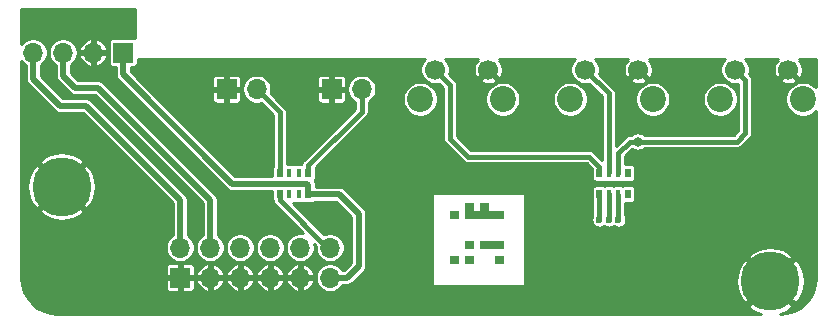
<source format=gbr>
%TF.GenerationSoftware,KiCad,Pcbnew,(5.1.12)-1*%
%TF.CreationDate,2022-03-08T20:47:42+00:00*%
%TF.ProjectId,RGBtoHDMI CDTV v2 - Daughter Board,52474274-6f48-4444-9d49-204344545620,1*%
%TF.SameCoordinates,Original*%
%TF.FileFunction,Copper,L2,Bot*%
%TF.FilePolarity,Positive*%
%FSLAX46Y46*%
G04 Gerber Fmt 4.6, Leading zero omitted, Abs format (unit mm)*
G04 Created by KiCad (PCBNEW (5.1.12)-1) date 2022-03-08 20:47:42*
%MOMM*%
%LPD*%
G01*
G04 APERTURE LIST*
%TA.AperFunction,EtchedComponent*%
%ADD10C,0.100000*%
%TD*%
%TA.AperFunction,SMDPad,CuDef*%
%ADD11R,0.500000X0.800000*%
%TD*%
%TA.AperFunction,SMDPad,CuDef*%
%ADD12R,0.400000X0.800000*%
%TD*%
%TA.AperFunction,ComponentPad*%
%ADD13O,1.700000X1.700000*%
%TD*%
%TA.AperFunction,ComponentPad*%
%ADD14R,1.700000X1.700000*%
%TD*%
%TA.AperFunction,ComponentPad*%
%ADD15C,1.700000*%
%TD*%
%TA.AperFunction,ComponentPad*%
%ADD16C,2.200000*%
%TD*%
%TA.AperFunction,ComponentPad*%
%ADD17C,0.800000*%
%TD*%
%TA.AperFunction,ComponentPad*%
%ADD18C,5.000000*%
%TD*%
%TA.AperFunction,ViaPad*%
%ADD19C,0.600000*%
%TD*%
%TA.AperFunction,ViaPad*%
%ADD20C,0.800000*%
%TD*%
%TA.AperFunction,Conductor*%
%ADD21C,0.400000*%
%TD*%
%TA.AperFunction,Conductor*%
%ADD22C,0.500000*%
%TD*%
%TA.AperFunction,Conductor*%
%ADD23C,0.254000*%
%TD*%
%TA.AperFunction,Conductor*%
%ADD24C,0.100000*%
%TD*%
G04 APERTURE END LIST*
D10*
%TO.C,solarmon1*%
G36*
X112893000Y-77667000D02*
G01*
X113528000Y-77667000D01*
X113528000Y-77032000D01*
X112893000Y-77032000D01*
X112893000Y-77667000D01*
G37*
X112893000Y-77667000D02*
X113528000Y-77667000D01*
X113528000Y-77032000D01*
X112893000Y-77032000D01*
X112893000Y-77667000D01*
G36*
X112893000Y-81477000D02*
G01*
X113528000Y-81477000D01*
X113528000Y-80842000D01*
X112893000Y-80842000D01*
X112893000Y-81477000D01*
G37*
X112893000Y-81477000D02*
X113528000Y-81477000D01*
X113528000Y-80842000D01*
X112893000Y-80842000D01*
X112893000Y-81477000D01*
G36*
X114163000Y-77032000D02*
G01*
X114798000Y-77032000D01*
X114798000Y-76397000D01*
X114163000Y-76397000D01*
X114163000Y-77032000D01*
G37*
X114163000Y-77032000D02*
X114798000Y-77032000D01*
X114798000Y-76397000D01*
X114163000Y-76397000D01*
X114163000Y-77032000D01*
G36*
X114163000Y-77667000D02*
G01*
X114798000Y-77667000D01*
X114798000Y-77032000D01*
X114163000Y-77032000D01*
X114163000Y-77667000D01*
G37*
X114163000Y-77667000D02*
X114798000Y-77667000D01*
X114798000Y-77032000D01*
X114163000Y-77032000D01*
X114163000Y-77667000D01*
G36*
X114798000Y-77667000D02*
G01*
X115433000Y-77667000D01*
X115433000Y-77032000D01*
X114798000Y-77032000D01*
X114798000Y-77667000D01*
G37*
X114798000Y-77667000D02*
X115433000Y-77667000D01*
X115433000Y-77032000D01*
X114798000Y-77032000D01*
X114798000Y-77667000D01*
G36*
X115433000Y-77667000D02*
G01*
X116068000Y-77667000D01*
X116068000Y-77032000D01*
X115433000Y-77032000D01*
X115433000Y-77667000D01*
G37*
X115433000Y-77667000D02*
X116068000Y-77667000D01*
X116068000Y-77032000D01*
X115433000Y-77032000D01*
X115433000Y-77667000D01*
G36*
X115433000Y-77032000D02*
G01*
X116068000Y-77032000D01*
X116068000Y-76397000D01*
X115433000Y-76397000D01*
X115433000Y-77032000D01*
G37*
X115433000Y-77032000D02*
X116068000Y-77032000D01*
X116068000Y-76397000D01*
X115433000Y-76397000D01*
X115433000Y-77032000D01*
G36*
X116068000Y-77667000D02*
G01*
X116703000Y-77667000D01*
X116703000Y-77032000D01*
X116068000Y-77032000D01*
X116068000Y-77667000D01*
G37*
X116068000Y-77667000D02*
X116703000Y-77667000D01*
X116703000Y-77032000D01*
X116068000Y-77032000D01*
X116068000Y-77667000D01*
G36*
X116703000Y-77667000D02*
G01*
X117338000Y-77667000D01*
X117338000Y-77032000D01*
X116703000Y-77032000D01*
X116703000Y-77667000D01*
G37*
X116703000Y-77667000D02*
X117338000Y-77667000D01*
X117338000Y-77032000D01*
X116703000Y-77032000D01*
X116703000Y-77667000D01*
G36*
X116703000Y-80207000D02*
G01*
X117338000Y-80207000D01*
X117338000Y-79572000D01*
X116703000Y-79572000D01*
X116703000Y-80207000D01*
G37*
X116703000Y-80207000D02*
X117338000Y-80207000D01*
X117338000Y-79572000D01*
X116703000Y-79572000D01*
X116703000Y-80207000D01*
G36*
X116068000Y-80207000D02*
G01*
X116703000Y-80207000D01*
X116703000Y-79572000D01*
X116068000Y-79572000D01*
X116068000Y-80207000D01*
G37*
X116068000Y-80207000D02*
X116703000Y-80207000D01*
X116703000Y-79572000D01*
X116068000Y-79572000D01*
X116068000Y-80207000D01*
G36*
X115433000Y-80207000D02*
G01*
X116068000Y-80207000D01*
X116068000Y-79572000D01*
X115433000Y-79572000D01*
X115433000Y-80207000D01*
G37*
X115433000Y-80207000D02*
X116068000Y-80207000D01*
X116068000Y-79572000D01*
X115433000Y-79572000D01*
X115433000Y-80207000D01*
G36*
X114163000Y-80207000D02*
G01*
X114798000Y-80207000D01*
X114798000Y-79572000D01*
X114163000Y-79572000D01*
X114163000Y-80207000D01*
G37*
X114163000Y-80207000D02*
X114798000Y-80207000D01*
X114798000Y-79572000D01*
X114163000Y-79572000D01*
X114163000Y-80207000D01*
G36*
X114163000Y-81477000D02*
G01*
X114798000Y-81477000D01*
X114798000Y-80842000D01*
X114163000Y-80842000D01*
X114163000Y-81477000D01*
G37*
X114163000Y-81477000D02*
X114798000Y-81477000D01*
X114798000Y-80842000D01*
X114163000Y-80842000D01*
X114163000Y-81477000D01*
G36*
X116703000Y-81477000D02*
G01*
X117338000Y-81477000D01*
X117338000Y-80842000D01*
X116703000Y-80842000D01*
X116703000Y-81477000D01*
G37*
X116703000Y-81477000D02*
X117338000Y-81477000D01*
X117338000Y-80842000D01*
X116703000Y-80842000D01*
X116703000Y-81477000D01*
%TD*%
D11*
%TO.P,RN12,5*%
%TO.N,Net-(D2-Pad2)*%
X98485000Y-73846000D03*
D12*
%TO.P,RN12,6*%
%TO.N,Net-(RN12-Pad6)*%
X99285000Y-73846000D03*
D11*
%TO.P,RN12,8*%
%TO.N,Net-(D1-Pad2)*%
X100885000Y-73846000D03*
D12*
%TO.P,RN12,7*%
%TO.N,Net-(RN12-Pad7)*%
X100085000Y-73846000D03*
D11*
%TO.P,RN12,4*%
%TO.N,+3V3*%
X98485000Y-75646000D03*
D12*
%TO.P,RN12,2*%
%TO.N,Net-(RN12-Pad2)*%
X100085000Y-75646000D03*
%TO.P,RN12,3*%
%TO.N,Net-(RN12-Pad3)*%
X99285000Y-75646000D03*
D11*
%TO.P,RN12,1*%
%TO.N,+5V*%
X100885000Y-75646000D03*
%TD*%
%TO.P,RN11,5*%
%TO.N,Net-(RN11-Pad5)*%
X127936000Y-75646000D03*
D12*
%TO.P,RN11,6*%
%TO.N,+3V3*%
X127136000Y-75646000D03*
D11*
%TO.P,RN11,8*%
X125536000Y-75646000D03*
D12*
%TO.P,RN11,7*%
X126336000Y-75646000D03*
D11*
%TO.P,RN11,4*%
%TO.N,Net-(RN11-Pad4)*%
X127936000Y-73846000D03*
D12*
%TO.P,RN11,2*%
%TO.N,GPIO26*%
X126336000Y-73846000D03*
%TO.P,RN11,3*%
%TO.N,GPIO16*%
X127136000Y-73846000D03*
D11*
%TO.P,RN11,1*%
%TO.N,GPIO19*%
X125536000Y-73846000D03*
%TD*%
D13*
%TO.P,CN11,12*%
%TO.N,+3V3*%
X102733000Y-80160000D03*
%TO.P,CN11,11*%
%TO.N,+5V*%
X102733000Y-82700000D03*
%TO.P,CN11,10*%
%TO.N,GPIO16*%
X100193000Y-80160000D03*
%TO.P,CN11,9*%
%TO.N,GND*%
X100193000Y-82700000D03*
%TO.P,CN11,8*%
%TO.N,GPIO26*%
X97653000Y-80160000D03*
%TO.P,CN11,7*%
%TO.N,GND*%
X97653000Y-82700000D03*
%TO.P,CN11,6*%
%TO.N,GPIO19*%
X95113000Y-80160000D03*
%TO.P,CN11,5*%
%TO.N,GND*%
X95113000Y-82700000D03*
%TO.P,CN11,4*%
%TO.N,GPIO14*%
X92573000Y-80160000D03*
%TO.P,CN11,3*%
%TO.N,GND*%
X92573000Y-82700000D03*
%TO.P,CN11,2*%
%TO.N,GPIO15*%
X90033000Y-80160000D03*
D14*
%TO.P,CN11,1*%
%TO.N,GND*%
X90033000Y-82700000D03*
%TD*%
D13*
%TO.P,D2,2*%
%TO.N,Net-(D2-Pad2)*%
X96510000Y-66745000D03*
D14*
%TO.P,D2,1*%
%TO.N,GND*%
X93970000Y-66745000D03*
%TD*%
D13*
%TO.P,D1,2*%
%TO.N,Net-(D1-Pad2)*%
X105400000Y-66745000D03*
D14*
%TO.P,D1,1*%
%TO.N,GND*%
X102860000Y-66745000D03*
%TD*%
D13*
%TO.P,SER1,4*%
%TO.N,GPIO15*%
X77587000Y-63650000D03*
%TO.P,SER1,3*%
%TO.N,GPIO14*%
X80127000Y-63650000D03*
%TO.P,SER1,2*%
%TO.N,GND*%
X82667000Y-63650000D03*
D14*
%TO.P,SER1,1*%
%TO.N,+5V*%
X85207000Y-63650000D03*
%TD*%
D15*
%TO.P,BT1,1*%
%TO.N,GND*%
X141510000Y-65094000D03*
%TO.P,BT1,2*%
%TO.N,GPIO16*%
X137010000Y-65094000D03*
D16*
%TO.P,BT1,*%
%TO.N,*%
X142760000Y-67594000D03*
X135760000Y-67594000D03*
%TD*%
D15*
%TO.P,BT2,1*%
%TO.N,GND*%
X128810000Y-65094000D03*
%TO.P,BT2,2*%
%TO.N,GPIO26*%
X124310000Y-65094000D03*
D16*
%TO.P,BT2,*%
%TO.N,*%
X130060000Y-67594000D03*
X123060000Y-67594000D03*
%TD*%
D15*
%TO.P,BT3,1*%
%TO.N,GND*%
X116110000Y-65094000D03*
%TO.P,BT3,2*%
%TO.N,GPIO19*%
X111610000Y-65094000D03*
D16*
%TO.P,BT3,*%
%TO.N,*%
X117360000Y-67594000D03*
X110360000Y-67594000D03*
%TD*%
D17*
%TO.P,H2,1*%
%TO.N,GND*%
X141325825Y-81674175D03*
X140000000Y-81125000D03*
X138674175Y-81674175D03*
X138125000Y-83000000D03*
X138674175Y-84325825D03*
X140000000Y-84875000D03*
X141325825Y-84325825D03*
X141875000Y-83000000D03*
D18*
X140000000Y-83000000D03*
%TD*%
D17*
%TO.P,H1,1*%
%TO.N,GND*%
X81325825Y-73674175D03*
X80000000Y-73125000D03*
X78674175Y-73674175D03*
X78125000Y-75000000D03*
X78674175Y-76325825D03*
X80000000Y-76875000D03*
X81325825Y-76325825D03*
X81875000Y-75000000D03*
D18*
X80000000Y-75000000D03*
%TD*%
D19*
%TO.N,+3V3*%
X127142406Y-77794000D03*
X126329590Y-77794000D03*
X125516800Y-77794000D03*
D20*
%TO.N,GPIO16*%
X128768000Y-71190000D03*
%TD*%
D21*
%TO.N,+3V3*%
X127142400Y-75685800D02*
X127142400Y-77793994D01*
X127142400Y-77793994D02*
X127142406Y-77794000D01*
X126329600Y-75635000D02*
X126329600Y-77793990D01*
X126329600Y-77793990D02*
X126329590Y-77794000D01*
X125516800Y-75660400D02*
X125516800Y-77794000D01*
X98465800Y-76146802D02*
X98465800Y-75609600D01*
X102478998Y-80160000D02*
X98465800Y-76146802D01*
X102733000Y-80160000D02*
X102478998Y-80160000D01*
D22*
%TO.N,+5V*%
X105146000Y-77286000D02*
X103520400Y-75660400D01*
X105146000Y-81731000D02*
X105146000Y-77286000D01*
X103520400Y-75660400D02*
X100878800Y-75660400D01*
X104177000Y-82700000D02*
X105146000Y-81731000D01*
X102733000Y-82700000D02*
X104177000Y-82700000D01*
X94453000Y-74746000D02*
X85207000Y-65500000D01*
X85207000Y-65500000D02*
X85207000Y-63650000D01*
X100777200Y-74746000D02*
X94453000Y-74746000D01*
X100878800Y-74847600D02*
X100777200Y-74746000D01*
X100878800Y-75533400D02*
X100878800Y-74847600D01*
%TO.N,GPIO15*%
X77587000Y-65856000D02*
X77587000Y-63650000D01*
X82079000Y-68142000D02*
X79873000Y-68142000D01*
X90033000Y-76096000D02*
X82079000Y-68142000D01*
X79873000Y-68142000D02*
X77587000Y-65856000D01*
X90033000Y-80160000D02*
X90033000Y-76096000D01*
%TO.N,GPIO14*%
X80127000Y-65602000D02*
X80127000Y-63650000D01*
X81143000Y-66618000D02*
X80127000Y-65602000D01*
X83095000Y-66618000D02*
X81143000Y-66618000D01*
X92573000Y-76096000D02*
X83095000Y-66618000D01*
X92573000Y-80160000D02*
X92573000Y-76096000D01*
D21*
%TO.N,GPIO19*%
X112893000Y-66377000D02*
X111610000Y-65094000D01*
X112893000Y-70936000D02*
X112893000Y-66377000D01*
X114417000Y-72460000D02*
X112893000Y-70936000D01*
X124678600Y-72460000D02*
X114417000Y-72460000D01*
X125516800Y-73298200D02*
X124678600Y-72460000D01*
X125516800Y-73857000D02*
X125516800Y-73298200D01*
%TO.N,GPIO26*%
X126329600Y-67113600D02*
X124310000Y-65094000D01*
X126329600Y-73780800D02*
X126329600Y-67113600D01*
%TO.N,GPIO16*%
X128133000Y-71190000D02*
X128768000Y-71190000D01*
X127142400Y-72180600D02*
X128133000Y-71190000D01*
X127142400Y-73882400D02*
X127142400Y-72180600D01*
X137150000Y-71190000D02*
X128768000Y-71190000D01*
X137859999Y-70480001D02*
X137150000Y-71190000D01*
X137859999Y-65943999D02*
X137859999Y-70480001D01*
X137010000Y-65094000D02*
X137859999Y-65943999D01*
%TO.N,Net-(D1-Pad2)*%
X105400000Y-68650000D02*
X105400000Y-66745000D01*
X100878800Y-73171200D02*
X105400000Y-68650000D01*
X100878800Y-73831600D02*
X100878800Y-73171200D01*
%TO.N,Net-(D2-Pad2)*%
X98465800Y-68700800D02*
X96510000Y-66745000D01*
X98465800Y-73780800D02*
X98465800Y-68700800D01*
%TD*%
D23*
%TO.N,GND*%
X86198001Y-62444628D02*
X86131689Y-62424513D01*
X86057000Y-62417157D01*
X84357000Y-62417157D01*
X84282311Y-62424513D01*
X84210492Y-62446299D01*
X84144304Y-62481678D01*
X84086289Y-62529289D01*
X84038678Y-62587304D01*
X84003299Y-62653492D01*
X83981513Y-62725311D01*
X83974157Y-62800000D01*
X83974157Y-64500000D01*
X83981513Y-64574689D01*
X84003299Y-64646508D01*
X84038678Y-64712696D01*
X84086289Y-64770711D01*
X84144304Y-64818322D01*
X84210492Y-64853701D01*
X84282311Y-64875487D01*
X84357000Y-64882843D01*
X84576000Y-64882843D01*
X84576000Y-65469009D01*
X84572948Y-65500000D01*
X84576000Y-65530990D01*
X84576000Y-65530997D01*
X84585130Y-65623697D01*
X84621211Y-65742641D01*
X84679804Y-65852260D01*
X84758657Y-65948343D01*
X84782737Y-65968105D01*
X93984899Y-75170268D01*
X94004657Y-75194343D01*
X94028732Y-75214101D01*
X94028734Y-75214103D01*
X94100739Y-75273196D01*
X94210358Y-75331789D01*
X94329302Y-75367870D01*
X94453000Y-75380053D01*
X94483998Y-75377000D01*
X97852157Y-75377000D01*
X97852157Y-76046000D01*
X97859513Y-76120689D01*
X97881299Y-76192508D01*
X97887664Y-76204415D01*
X97893207Y-76260697D01*
X97926429Y-76370216D01*
X97980379Y-76471149D01*
X98052983Y-76559619D01*
X98075160Y-76577819D01*
X100454175Y-78956834D01*
X100314243Y-78929000D01*
X100071757Y-78929000D01*
X99833931Y-78976307D01*
X99609903Y-79069102D01*
X99408283Y-79203820D01*
X99236820Y-79375283D01*
X99102102Y-79576903D01*
X99009307Y-79800931D01*
X98962000Y-80038757D01*
X98962000Y-80281243D01*
X99009307Y-80519069D01*
X99102102Y-80743097D01*
X99236820Y-80944717D01*
X99408283Y-81116180D01*
X99609903Y-81250898D01*
X99833931Y-81343693D01*
X100071757Y-81391000D01*
X100314243Y-81391000D01*
X100552069Y-81343693D01*
X100776097Y-81250898D01*
X100977717Y-81116180D01*
X101149180Y-80944717D01*
X101283898Y-80743097D01*
X101376693Y-80519069D01*
X101424000Y-80281243D01*
X101424000Y-80038757D01*
X101396166Y-79898825D01*
X101507657Y-80010317D01*
X101502000Y-80038757D01*
X101502000Y-80281243D01*
X101549307Y-80519069D01*
X101642102Y-80743097D01*
X101776820Y-80944717D01*
X101948283Y-81116180D01*
X102149903Y-81250898D01*
X102373931Y-81343693D01*
X102611757Y-81391000D01*
X102854243Y-81391000D01*
X103092069Y-81343693D01*
X103316097Y-81250898D01*
X103517717Y-81116180D01*
X103689180Y-80944717D01*
X103823898Y-80743097D01*
X103916693Y-80519069D01*
X103964000Y-80281243D01*
X103964000Y-80038757D01*
X103916693Y-79800931D01*
X103823898Y-79576903D01*
X103689180Y-79375283D01*
X103517717Y-79203820D01*
X103316097Y-79069102D01*
X103092069Y-78976307D01*
X102854243Y-78929000D01*
X102611757Y-78929000D01*
X102373931Y-78976307D01*
X102192227Y-79051571D01*
X99561571Y-76420916D01*
X99631508Y-76399701D01*
X99685000Y-76371108D01*
X99738492Y-76399701D01*
X99810311Y-76421487D01*
X99885000Y-76428843D01*
X100285000Y-76428843D01*
X100359689Y-76421487D01*
X100431508Y-76399701D01*
X100460000Y-76384471D01*
X100488492Y-76399701D01*
X100560311Y-76421487D01*
X100635000Y-76428843D01*
X101135000Y-76428843D01*
X101209689Y-76421487D01*
X101281508Y-76399701D01*
X101347696Y-76364322D01*
X101405711Y-76316711D01*
X101426483Y-76291400D01*
X103259032Y-76291400D01*
X104515001Y-77547370D01*
X104515000Y-81469631D01*
X103915632Y-82069000D01*
X103791890Y-82069000D01*
X103689180Y-81915283D01*
X103517717Y-81743820D01*
X103316097Y-81609102D01*
X103092069Y-81516307D01*
X102854243Y-81469000D01*
X102611757Y-81469000D01*
X102373931Y-81516307D01*
X102149903Y-81609102D01*
X101948283Y-81743820D01*
X101776820Y-81915283D01*
X101642102Y-82116903D01*
X101549307Y-82340931D01*
X101502000Y-82578757D01*
X101502000Y-82821243D01*
X101549307Y-83059069D01*
X101642102Y-83283097D01*
X101776820Y-83484717D01*
X101948283Y-83656180D01*
X102149903Y-83790898D01*
X102373931Y-83883693D01*
X102611757Y-83931000D01*
X102854243Y-83931000D01*
X103092069Y-83883693D01*
X103316097Y-83790898D01*
X103517717Y-83656180D01*
X103689180Y-83484717D01*
X103791890Y-83331000D01*
X104146010Y-83331000D01*
X104177000Y-83334052D01*
X104207990Y-83331000D01*
X104207998Y-83331000D01*
X104300698Y-83321870D01*
X104419642Y-83285789D01*
X104529261Y-83227196D01*
X104625343Y-83148343D01*
X104645105Y-83124263D01*
X105570269Y-82199100D01*
X105594343Y-82179343D01*
X105673196Y-82083261D01*
X105731789Y-81973642D01*
X105767870Y-81854698D01*
X105777000Y-81761998D01*
X105777000Y-81761991D01*
X105780052Y-81731000D01*
X105777000Y-81700010D01*
X105777000Y-77316998D01*
X105780053Y-77286000D01*
X105767870Y-77162302D01*
X105731789Y-77043358D01*
X105673196Y-76933739D01*
X105614103Y-76861734D01*
X105614101Y-76861732D01*
X105594343Y-76837657D01*
X105570268Y-76817899D01*
X104387369Y-75635000D01*
X111369000Y-75635000D01*
X111369000Y-83255000D01*
X111371440Y-83279776D01*
X111378667Y-83303601D01*
X111390403Y-83325557D01*
X111406197Y-83344803D01*
X111425443Y-83360597D01*
X111447399Y-83372333D01*
X111471224Y-83379560D01*
X111496000Y-83382000D01*
X119116000Y-83382000D01*
X119140776Y-83379560D01*
X119164601Y-83372333D01*
X119186557Y-83360597D01*
X119205803Y-83344803D01*
X119221597Y-83325557D01*
X119233333Y-83303601D01*
X119240560Y-83279776D01*
X119243000Y-83255000D01*
X119243000Y-83013357D01*
X137105091Y-83013357D01*
X137163322Y-83577869D01*
X137330565Y-84120174D01*
X137585550Y-84597220D01*
X137932556Y-84887839D01*
X139820395Y-83000000D01*
X140179605Y-83000000D01*
X142067444Y-84887839D01*
X142414450Y-84597220D01*
X142679659Y-84095494D01*
X142841890Y-83551668D01*
X142894909Y-82986643D01*
X142836678Y-82422131D01*
X142669435Y-81879826D01*
X142414450Y-81402780D01*
X142067444Y-81112161D01*
X140179605Y-83000000D01*
X139820395Y-83000000D01*
X137932556Y-81112161D01*
X137585550Y-81402780D01*
X137320341Y-81904506D01*
X137158110Y-82448332D01*
X137105091Y-83013357D01*
X119243000Y-83013357D01*
X119243000Y-80932556D01*
X138112161Y-80932556D01*
X140000000Y-82820395D01*
X141887839Y-80932556D01*
X141597220Y-80585550D01*
X141095494Y-80320341D01*
X140551668Y-80158110D01*
X139986643Y-80105091D01*
X139422131Y-80163322D01*
X138879826Y-80330565D01*
X138402780Y-80585550D01*
X138112161Y-80932556D01*
X119243000Y-80932556D01*
X119243000Y-77726927D01*
X124835800Y-77726927D01*
X124835800Y-77861073D01*
X124861971Y-77992640D01*
X124913306Y-78116574D01*
X124987833Y-78228112D01*
X125082688Y-78322967D01*
X125194226Y-78397494D01*
X125318160Y-78448829D01*
X125449727Y-78475000D01*
X125583873Y-78475000D01*
X125715440Y-78448829D01*
X125839374Y-78397494D01*
X125923195Y-78341487D01*
X126007016Y-78397494D01*
X126130950Y-78448829D01*
X126262517Y-78475000D01*
X126396663Y-78475000D01*
X126528230Y-78448829D01*
X126652164Y-78397494D01*
X126735998Y-78341478D01*
X126819832Y-78397494D01*
X126943766Y-78448829D01*
X127075333Y-78475000D01*
X127209479Y-78475000D01*
X127341046Y-78448829D01*
X127464980Y-78397494D01*
X127576518Y-78322967D01*
X127671373Y-78228112D01*
X127745900Y-78116574D01*
X127797235Y-77992640D01*
X127823406Y-77861073D01*
X127823406Y-77726927D01*
X127797235Y-77595360D01*
X127745900Y-77471426D01*
X127723400Y-77437752D01*
X127723400Y-76428843D01*
X128186000Y-76428843D01*
X128260689Y-76421487D01*
X128332508Y-76399701D01*
X128398696Y-76364322D01*
X128456711Y-76316711D01*
X128504322Y-76258696D01*
X128539701Y-76192508D01*
X128561487Y-76120689D01*
X128568843Y-76046000D01*
X128568843Y-75246000D01*
X128561487Y-75171311D01*
X128539701Y-75099492D01*
X128504322Y-75033304D01*
X128456711Y-74975289D01*
X128398696Y-74927678D01*
X128332508Y-74892299D01*
X128260689Y-74870513D01*
X128186000Y-74863157D01*
X127686000Y-74863157D01*
X127611311Y-74870513D01*
X127539492Y-74892299D01*
X127511000Y-74907529D01*
X127482508Y-74892299D01*
X127410689Y-74870513D01*
X127336000Y-74863157D01*
X126936000Y-74863157D01*
X126861311Y-74870513D01*
X126789492Y-74892299D01*
X126736000Y-74920892D01*
X126682508Y-74892299D01*
X126610689Y-74870513D01*
X126536000Y-74863157D01*
X126136000Y-74863157D01*
X126061311Y-74870513D01*
X125989492Y-74892299D01*
X125961000Y-74907529D01*
X125932508Y-74892299D01*
X125860689Y-74870513D01*
X125786000Y-74863157D01*
X125286000Y-74863157D01*
X125211311Y-74870513D01*
X125139492Y-74892299D01*
X125073304Y-74927678D01*
X125015289Y-74975289D01*
X124967678Y-75033304D01*
X124932299Y-75099492D01*
X124910513Y-75171311D01*
X124903157Y-75246000D01*
X124903157Y-76046000D01*
X124910513Y-76120689D01*
X124932299Y-76192508D01*
X124935800Y-76199058D01*
X124935801Y-77437760D01*
X124913306Y-77471426D01*
X124861971Y-77595360D01*
X124835800Y-77726927D01*
X119243000Y-77726927D01*
X119243000Y-75635000D01*
X119240560Y-75610224D01*
X119233333Y-75586399D01*
X119221597Y-75564443D01*
X119205803Y-75545197D01*
X119186557Y-75529403D01*
X119164601Y-75517667D01*
X119140776Y-75510440D01*
X119116000Y-75508000D01*
X111496000Y-75508000D01*
X111471224Y-75510440D01*
X111447399Y-75517667D01*
X111425443Y-75529403D01*
X111406197Y-75545197D01*
X111390403Y-75564443D01*
X111378667Y-75586399D01*
X111371440Y-75610224D01*
X111369000Y-75635000D01*
X104387369Y-75635000D01*
X103988505Y-75236137D01*
X103968743Y-75212057D01*
X103872661Y-75133204D01*
X103763042Y-75074611D01*
X103644098Y-75038530D01*
X103551398Y-75029400D01*
X103551390Y-75029400D01*
X103520400Y-75026348D01*
X103489410Y-75029400D01*
X101509800Y-75029400D01*
X101509800Y-74878587D01*
X101512852Y-74847599D01*
X101509800Y-74816612D01*
X101509800Y-74816602D01*
X101500670Y-74723902D01*
X101464589Y-74604958D01*
X101412801Y-74508071D01*
X101453322Y-74458696D01*
X101488701Y-74392508D01*
X101510487Y-74320689D01*
X101517843Y-74246000D01*
X101517843Y-73446000D01*
X101510487Y-73371311D01*
X101508127Y-73363530D01*
X105790646Y-69081012D01*
X105812817Y-69062817D01*
X105885421Y-68974348D01*
X105939371Y-68873415D01*
X105972593Y-68763896D01*
X105981000Y-68678540D01*
X105981000Y-68678538D01*
X105983811Y-68650001D01*
X105981000Y-68621464D01*
X105981000Y-67836767D01*
X105983097Y-67835898D01*
X106184717Y-67701180D01*
X106356180Y-67529717D01*
X106410691Y-67448134D01*
X108879000Y-67448134D01*
X108879000Y-67739866D01*
X108935914Y-68025992D01*
X109047555Y-68295517D01*
X109209632Y-68538083D01*
X109415917Y-68744368D01*
X109658483Y-68906445D01*
X109928008Y-69018086D01*
X110214134Y-69075000D01*
X110505866Y-69075000D01*
X110791992Y-69018086D01*
X111061517Y-68906445D01*
X111304083Y-68744368D01*
X111510368Y-68538083D01*
X111672445Y-68295517D01*
X111784086Y-68025992D01*
X111841000Y-67739866D01*
X111841000Y-67448134D01*
X111784086Y-67162008D01*
X111672445Y-66892483D01*
X111510368Y-66649917D01*
X111304083Y-66443632D01*
X111061517Y-66281555D01*
X110791992Y-66169914D01*
X110505866Y-66113000D01*
X110214134Y-66113000D01*
X109928008Y-66169914D01*
X109658483Y-66281555D01*
X109415917Y-66443632D01*
X109209632Y-66649917D01*
X109047555Y-66892483D01*
X108935914Y-67162008D01*
X108879000Y-67448134D01*
X106410691Y-67448134D01*
X106490898Y-67328097D01*
X106583693Y-67104069D01*
X106631000Y-66866243D01*
X106631000Y-66623757D01*
X106583693Y-66385931D01*
X106490898Y-66161903D01*
X106356180Y-65960283D01*
X106184717Y-65788820D01*
X105983097Y-65654102D01*
X105759069Y-65561307D01*
X105521243Y-65514000D01*
X105278757Y-65514000D01*
X105040931Y-65561307D01*
X104816903Y-65654102D01*
X104615283Y-65788820D01*
X104443820Y-65960283D01*
X104309102Y-66161903D01*
X104216307Y-66385931D01*
X104169000Y-66623757D01*
X104169000Y-66866243D01*
X104216307Y-67104069D01*
X104309102Y-67328097D01*
X104443820Y-67529717D01*
X104615283Y-67701180D01*
X104816903Y-67835898D01*
X104819000Y-67836767D01*
X104819000Y-68409342D01*
X100488156Y-72740187D01*
X100465984Y-72758383D01*
X100421343Y-72812779D01*
X100393379Y-72846853D01*
X100379501Y-72872817D01*
X100339429Y-72947785D01*
X100313703Y-73032593D01*
X100306207Y-73057305D01*
X100305432Y-73065169D01*
X100285000Y-73063157D01*
X99885000Y-73063157D01*
X99810311Y-73070513D01*
X99738492Y-73092299D01*
X99685000Y-73120892D01*
X99631508Y-73092299D01*
X99559689Y-73070513D01*
X99485000Y-73063157D01*
X99085000Y-73063157D01*
X99046800Y-73066919D01*
X99046800Y-68729340D01*
X99049611Y-68700800D01*
X99038393Y-68586904D01*
X99005171Y-68477385D01*
X98951221Y-68376452D01*
X98878617Y-68287983D01*
X98856445Y-68269787D01*
X98181658Y-67595000D01*
X101627157Y-67595000D01*
X101634513Y-67669689D01*
X101656299Y-67741508D01*
X101691678Y-67807696D01*
X101739289Y-67865711D01*
X101797304Y-67913322D01*
X101863492Y-67948701D01*
X101935311Y-67970487D01*
X102010000Y-67977843D01*
X102637750Y-67976000D01*
X102733000Y-67880750D01*
X102733000Y-66872000D01*
X102987000Y-66872000D01*
X102987000Y-67880750D01*
X103082250Y-67976000D01*
X103710000Y-67977843D01*
X103784689Y-67970487D01*
X103856508Y-67948701D01*
X103922696Y-67913322D01*
X103980711Y-67865711D01*
X104028322Y-67807696D01*
X104063701Y-67741508D01*
X104085487Y-67669689D01*
X104092843Y-67595000D01*
X104091000Y-66967250D01*
X103995750Y-66872000D01*
X102987000Y-66872000D01*
X102733000Y-66872000D01*
X101724250Y-66872000D01*
X101629000Y-66967250D01*
X101627157Y-67595000D01*
X98181658Y-67595000D01*
X97692824Y-67106167D01*
X97693693Y-67104069D01*
X97741000Y-66866243D01*
X97741000Y-66623757D01*
X97693693Y-66385931D01*
X97600898Y-66161903D01*
X97466180Y-65960283D01*
X97400897Y-65895000D01*
X101627157Y-65895000D01*
X101629000Y-66522750D01*
X101724250Y-66618000D01*
X102733000Y-66618000D01*
X102733000Y-65609250D01*
X102987000Y-65609250D01*
X102987000Y-66618000D01*
X103995750Y-66618000D01*
X104091000Y-66522750D01*
X104092843Y-65895000D01*
X104085487Y-65820311D01*
X104063701Y-65748492D01*
X104028322Y-65682304D01*
X103980711Y-65624289D01*
X103922696Y-65576678D01*
X103856508Y-65541299D01*
X103784689Y-65519513D01*
X103710000Y-65512157D01*
X103082250Y-65514000D01*
X102987000Y-65609250D01*
X102733000Y-65609250D01*
X102637750Y-65514000D01*
X102010000Y-65512157D01*
X101935311Y-65519513D01*
X101863492Y-65541299D01*
X101797304Y-65576678D01*
X101739289Y-65624289D01*
X101691678Y-65682304D01*
X101656299Y-65748492D01*
X101634513Y-65820311D01*
X101627157Y-65895000D01*
X97400897Y-65895000D01*
X97294717Y-65788820D01*
X97093097Y-65654102D01*
X96869069Y-65561307D01*
X96631243Y-65514000D01*
X96388757Y-65514000D01*
X96150931Y-65561307D01*
X95926903Y-65654102D01*
X95725283Y-65788820D01*
X95553820Y-65960283D01*
X95419102Y-66161903D01*
X95326307Y-66385931D01*
X95279000Y-66623757D01*
X95279000Y-66866243D01*
X95326307Y-67104069D01*
X95419102Y-67328097D01*
X95553820Y-67529717D01*
X95725283Y-67701180D01*
X95926903Y-67835898D01*
X96150931Y-67928693D01*
X96388757Y-67976000D01*
X96631243Y-67976000D01*
X96869069Y-67928693D01*
X96871167Y-67927824D01*
X97884801Y-68941459D01*
X97884800Y-73292942D01*
X97881299Y-73299492D01*
X97859513Y-73371311D01*
X97852157Y-73446000D01*
X97852157Y-74115000D01*
X94714369Y-74115000D01*
X88194369Y-67595000D01*
X92737157Y-67595000D01*
X92744513Y-67669689D01*
X92766299Y-67741508D01*
X92801678Y-67807696D01*
X92849289Y-67865711D01*
X92907304Y-67913322D01*
X92973492Y-67948701D01*
X93045311Y-67970487D01*
X93120000Y-67977843D01*
X93747750Y-67976000D01*
X93843000Y-67880750D01*
X93843000Y-66872000D01*
X94097000Y-66872000D01*
X94097000Y-67880750D01*
X94192250Y-67976000D01*
X94820000Y-67977843D01*
X94894689Y-67970487D01*
X94966508Y-67948701D01*
X95032696Y-67913322D01*
X95090711Y-67865711D01*
X95138322Y-67807696D01*
X95173701Y-67741508D01*
X95195487Y-67669689D01*
X95202843Y-67595000D01*
X95201000Y-66967250D01*
X95105750Y-66872000D01*
X94097000Y-66872000D01*
X93843000Y-66872000D01*
X92834250Y-66872000D01*
X92739000Y-66967250D01*
X92737157Y-67595000D01*
X88194369Y-67595000D01*
X86494369Y-65895000D01*
X92737157Y-65895000D01*
X92739000Y-66522750D01*
X92834250Y-66618000D01*
X93843000Y-66618000D01*
X93843000Y-65609250D01*
X94097000Y-65609250D01*
X94097000Y-66618000D01*
X95105750Y-66618000D01*
X95201000Y-66522750D01*
X95202843Y-65895000D01*
X95195487Y-65820311D01*
X95173701Y-65748492D01*
X95138322Y-65682304D01*
X95090711Y-65624289D01*
X95032696Y-65576678D01*
X94966508Y-65541299D01*
X94894689Y-65519513D01*
X94820000Y-65512157D01*
X94192250Y-65514000D01*
X94097000Y-65609250D01*
X93843000Y-65609250D01*
X93747750Y-65514000D01*
X93120000Y-65512157D01*
X93045311Y-65519513D01*
X92973492Y-65541299D01*
X92907304Y-65576678D01*
X92849289Y-65624289D01*
X92801678Y-65682304D01*
X92766299Y-65748492D01*
X92744513Y-65820311D01*
X92737157Y-65895000D01*
X86494369Y-65895000D01*
X85838000Y-65238632D01*
X85838000Y-64882843D01*
X86057000Y-64882843D01*
X86131689Y-64875487D01*
X86203508Y-64853701D01*
X86269696Y-64818322D01*
X86327711Y-64770711D01*
X86375322Y-64712696D01*
X86410701Y-64646508D01*
X86432487Y-64574689D01*
X86439843Y-64500000D01*
X86439843Y-64196615D01*
X86447879Y-64200910D01*
X86524410Y-64224125D01*
X86584059Y-64230000D01*
X86584060Y-64230000D01*
X86604000Y-64231964D01*
X86623941Y-64230000D01*
X110733103Y-64230000D01*
X110653820Y-64309283D01*
X110519102Y-64510903D01*
X110426307Y-64734931D01*
X110379000Y-64972757D01*
X110379000Y-65215243D01*
X110426307Y-65453069D01*
X110519102Y-65677097D01*
X110653820Y-65878717D01*
X110825283Y-66050180D01*
X111026903Y-66184898D01*
X111250931Y-66277693D01*
X111488757Y-66325000D01*
X111731243Y-66325000D01*
X111969069Y-66277693D01*
X111971167Y-66276824D01*
X112312001Y-66617659D01*
X112312000Y-70907460D01*
X112309189Y-70936000D01*
X112312202Y-70966586D01*
X112320407Y-71049895D01*
X112353629Y-71159414D01*
X112407579Y-71260347D01*
X112480183Y-71348817D01*
X112502360Y-71367017D01*
X113985987Y-72850645D01*
X114004183Y-72872817D01*
X114092652Y-72945421D01*
X114193585Y-72999371D01*
X114303104Y-73032593D01*
X114388460Y-73041000D01*
X114388462Y-73041000D01*
X114416999Y-73043811D01*
X114445536Y-73041000D01*
X124437943Y-73041000D01*
X124903157Y-73506215D01*
X124903157Y-74246000D01*
X124910513Y-74320689D01*
X124932299Y-74392508D01*
X124967678Y-74458696D01*
X125015289Y-74516711D01*
X125073304Y-74564322D01*
X125139492Y-74599701D01*
X125211311Y-74621487D01*
X125286000Y-74628843D01*
X125786000Y-74628843D01*
X125860689Y-74621487D01*
X125932508Y-74599701D01*
X125961000Y-74584471D01*
X125989492Y-74599701D01*
X126061311Y-74621487D01*
X126136000Y-74628843D01*
X126536000Y-74628843D01*
X126610689Y-74621487D01*
X126682508Y-74599701D01*
X126736000Y-74571108D01*
X126789492Y-74599701D01*
X126861311Y-74621487D01*
X126936000Y-74628843D01*
X127336000Y-74628843D01*
X127410689Y-74621487D01*
X127482508Y-74599701D01*
X127511000Y-74584471D01*
X127539492Y-74599701D01*
X127611311Y-74621487D01*
X127686000Y-74628843D01*
X128186000Y-74628843D01*
X128260689Y-74621487D01*
X128332508Y-74599701D01*
X128398696Y-74564322D01*
X128456711Y-74516711D01*
X128504322Y-74458696D01*
X128539701Y-74392508D01*
X128561487Y-74320689D01*
X128568843Y-74246000D01*
X128568843Y-73446000D01*
X128561487Y-73371311D01*
X128539701Y-73299492D01*
X128504322Y-73233304D01*
X128456711Y-73175289D01*
X128398696Y-73127678D01*
X128332508Y-73092299D01*
X128260689Y-73070513D01*
X128186000Y-73063157D01*
X127723400Y-73063157D01*
X127723400Y-72421257D01*
X128316824Y-71827834D01*
X128398058Y-71882113D01*
X128540191Y-71940987D01*
X128691078Y-71971000D01*
X128844922Y-71971000D01*
X128995809Y-71940987D01*
X129137942Y-71882113D01*
X129265859Y-71796642D01*
X129291501Y-71771000D01*
X137121460Y-71771000D01*
X137150000Y-71773811D01*
X137178540Y-71771000D01*
X137263896Y-71762593D01*
X137373415Y-71729371D01*
X137474348Y-71675421D01*
X137562817Y-71602817D01*
X137581017Y-71580640D01*
X138250644Y-70911014D01*
X138272816Y-70892818D01*
X138345420Y-70804349D01*
X138399370Y-70703416D01*
X138432592Y-70593897D01*
X138440999Y-70508541D01*
X138440999Y-70508539D01*
X138443810Y-70480002D01*
X138440999Y-70451465D01*
X138440999Y-65986100D01*
X140797505Y-65986100D01*
X140889523Y-66164078D01*
X141110207Y-66264566D01*
X141346255Y-66320069D01*
X141588596Y-66328456D01*
X141827917Y-66289402D01*
X142055020Y-66204411D01*
X142130477Y-66164078D01*
X142222495Y-65986100D01*
X141510000Y-65273605D01*
X140797505Y-65986100D01*
X138440999Y-65986100D01*
X138440999Y-65972538D01*
X138443810Y-65943998D01*
X138432592Y-65830103D01*
X138399370Y-65720584D01*
X138396106Y-65714477D01*
X138345420Y-65619651D01*
X138272816Y-65531182D01*
X138250645Y-65512987D01*
X138192824Y-65455166D01*
X138193693Y-65453069D01*
X138241000Y-65215243D01*
X138241000Y-64972757D01*
X138193693Y-64734931D01*
X138100898Y-64510903D01*
X137966180Y-64309283D01*
X137886897Y-64230000D01*
X140625548Y-64230000D01*
X140545970Y-64309578D01*
X140617898Y-64381506D01*
X140439922Y-64473523D01*
X140339434Y-64694207D01*
X140283931Y-64930255D01*
X140275544Y-65172596D01*
X140314598Y-65411917D01*
X140399589Y-65639020D01*
X140439922Y-65714477D01*
X140617900Y-65806495D01*
X141330395Y-65094000D01*
X141316253Y-65079858D01*
X141495858Y-64900253D01*
X141510000Y-64914395D01*
X141524143Y-64900253D01*
X141703748Y-65079858D01*
X141689605Y-65094000D01*
X142402100Y-65806495D01*
X142580078Y-65714477D01*
X142680566Y-65493793D01*
X142736069Y-65257745D01*
X142744456Y-65015404D01*
X142705402Y-64776083D01*
X142620411Y-64548980D01*
X142580078Y-64473523D01*
X142402102Y-64381506D01*
X142474030Y-64309578D01*
X142394452Y-64230000D01*
X143856000Y-64230000D01*
X143856000Y-66595549D01*
X143704083Y-66443632D01*
X143461517Y-66281555D01*
X143191992Y-66169914D01*
X142905866Y-66113000D01*
X142614134Y-66113000D01*
X142328008Y-66169914D01*
X142058483Y-66281555D01*
X141815917Y-66443632D01*
X141609632Y-66649917D01*
X141447555Y-66892483D01*
X141335914Y-67162008D01*
X141279000Y-67448134D01*
X141279000Y-67739866D01*
X141335914Y-68025992D01*
X141447555Y-68295517D01*
X141609632Y-68538083D01*
X141815917Y-68744368D01*
X142058483Y-68906445D01*
X142328008Y-69018086D01*
X142614134Y-69075000D01*
X142905866Y-69075000D01*
X143191992Y-69018086D01*
X143461517Y-68906445D01*
X143704083Y-68744368D01*
X143856000Y-68592451D01*
X143856001Y-82727136D01*
X143796518Y-83333790D01*
X143626102Y-83898235D01*
X143349298Y-84418827D01*
X142976653Y-84875735D01*
X142522349Y-85251568D01*
X142003704Y-85531998D01*
X141440467Y-85706349D01*
X140834956Y-85769990D01*
X140832145Y-85770000D01*
X140794080Y-85770000D01*
X141120174Y-85669435D01*
X141597220Y-85414450D01*
X141887839Y-85067444D01*
X140000000Y-83179605D01*
X138112161Y-85067444D01*
X138402780Y-85414450D01*
X138904506Y-85679659D01*
X139207344Y-85770000D01*
X79638854Y-85770000D01*
X79032210Y-85710518D01*
X78467765Y-85540102D01*
X77947173Y-85263298D01*
X77490265Y-84890653D01*
X77114432Y-84436349D01*
X76834002Y-83917704D01*
X76720179Y-83550000D01*
X88800157Y-83550000D01*
X88807513Y-83624689D01*
X88829299Y-83696508D01*
X88864678Y-83762696D01*
X88912289Y-83820711D01*
X88970304Y-83868322D01*
X89036492Y-83903701D01*
X89108311Y-83925487D01*
X89183000Y-83932843D01*
X89810750Y-83931000D01*
X89906000Y-83835750D01*
X89906000Y-82827000D01*
X90160000Y-82827000D01*
X90160000Y-83835750D01*
X90255250Y-83931000D01*
X90883000Y-83932843D01*
X90957689Y-83925487D01*
X91029508Y-83903701D01*
X91095696Y-83868322D01*
X91153711Y-83820711D01*
X91201322Y-83762696D01*
X91236701Y-83696508D01*
X91258487Y-83624689D01*
X91265843Y-83550000D01*
X91264279Y-83016981D01*
X91383505Y-83016981D01*
X91468201Y-83242949D01*
X91595353Y-83448052D01*
X91760076Y-83624408D01*
X91956039Y-83765239D01*
X92175712Y-83865134D01*
X92256020Y-83889489D01*
X92446000Y-83828627D01*
X92446000Y-82827000D01*
X92700000Y-82827000D01*
X92700000Y-83828627D01*
X92889980Y-83889489D01*
X92970288Y-83865134D01*
X93189961Y-83765239D01*
X93385924Y-83624408D01*
X93550647Y-83448052D01*
X93677799Y-83242949D01*
X93762495Y-83016981D01*
X93923505Y-83016981D01*
X94008201Y-83242949D01*
X94135353Y-83448052D01*
X94300076Y-83624408D01*
X94496039Y-83765239D01*
X94715712Y-83865134D01*
X94796020Y-83889489D01*
X94986000Y-83828627D01*
X94986000Y-82827000D01*
X95240000Y-82827000D01*
X95240000Y-83828627D01*
X95429980Y-83889489D01*
X95510288Y-83865134D01*
X95729961Y-83765239D01*
X95925924Y-83624408D01*
X96090647Y-83448052D01*
X96217799Y-83242949D01*
X96302495Y-83016981D01*
X96463505Y-83016981D01*
X96548201Y-83242949D01*
X96675353Y-83448052D01*
X96840076Y-83624408D01*
X97036039Y-83765239D01*
X97255712Y-83865134D01*
X97336020Y-83889489D01*
X97526000Y-83828627D01*
X97526000Y-82827000D01*
X97780000Y-82827000D01*
X97780000Y-83828627D01*
X97969980Y-83889489D01*
X98050288Y-83865134D01*
X98269961Y-83765239D01*
X98465924Y-83624408D01*
X98630647Y-83448052D01*
X98757799Y-83242949D01*
X98842495Y-83016981D01*
X99003505Y-83016981D01*
X99088201Y-83242949D01*
X99215353Y-83448052D01*
X99380076Y-83624408D01*
X99576039Y-83765239D01*
X99795712Y-83865134D01*
X99876020Y-83889489D01*
X100066000Y-83828627D01*
X100066000Y-82827000D01*
X100320000Y-82827000D01*
X100320000Y-83828627D01*
X100509980Y-83889489D01*
X100590288Y-83865134D01*
X100809961Y-83765239D01*
X101005924Y-83624408D01*
X101170647Y-83448052D01*
X101297799Y-83242949D01*
X101382495Y-83016981D01*
X101322187Y-82827000D01*
X100320000Y-82827000D01*
X100066000Y-82827000D01*
X99063813Y-82827000D01*
X99003505Y-83016981D01*
X98842495Y-83016981D01*
X98782187Y-82827000D01*
X97780000Y-82827000D01*
X97526000Y-82827000D01*
X96523813Y-82827000D01*
X96463505Y-83016981D01*
X96302495Y-83016981D01*
X96242187Y-82827000D01*
X95240000Y-82827000D01*
X94986000Y-82827000D01*
X93983813Y-82827000D01*
X93923505Y-83016981D01*
X93762495Y-83016981D01*
X93702187Y-82827000D01*
X92700000Y-82827000D01*
X92446000Y-82827000D01*
X91443813Y-82827000D01*
X91383505Y-83016981D01*
X91264279Y-83016981D01*
X91264000Y-82922250D01*
X91168750Y-82827000D01*
X90160000Y-82827000D01*
X89906000Y-82827000D01*
X88897250Y-82827000D01*
X88802000Y-82922250D01*
X88800157Y-83550000D01*
X76720179Y-83550000D01*
X76659651Y-83354467D01*
X76596010Y-82748956D01*
X76596000Y-82746145D01*
X76596000Y-81850000D01*
X88800157Y-81850000D01*
X88802000Y-82477750D01*
X88897250Y-82573000D01*
X89906000Y-82573000D01*
X89906000Y-81564250D01*
X90160000Y-81564250D01*
X90160000Y-82573000D01*
X91168750Y-82573000D01*
X91264000Y-82477750D01*
X91264278Y-82383019D01*
X91383505Y-82383019D01*
X91443813Y-82573000D01*
X92446000Y-82573000D01*
X92446000Y-81571373D01*
X92700000Y-81571373D01*
X92700000Y-82573000D01*
X93702187Y-82573000D01*
X93762495Y-82383019D01*
X93923505Y-82383019D01*
X93983813Y-82573000D01*
X94986000Y-82573000D01*
X94986000Y-81571373D01*
X95240000Y-81571373D01*
X95240000Y-82573000D01*
X96242187Y-82573000D01*
X96302495Y-82383019D01*
X96463505Y-82383019D01*
X96523813Y-82573000D01*
X97526000Y-82573000D01*
X97526000Y-81571373D01*
X97780000Y-81571373D01*
X97780000Y-82573000D01*
X98782187Y-82573000D01*
X98842495Y-82383019D01*
X99003505Y-82383019D01*
X99063813Y-82573000D01*
X100066000Y-82573000D01*
X100066000Y-81571373D01*
X100320000Y-81571373D01*
X100320000Y-82573000D01*
X101322187Y-82573000D01*
X101382495Y-82383019D01*
X101297799Y-82157051D01*
X101170647Y-81951948D01*
X101005924Y-81775592D01*
X100809961Y-81634761D01*
X100590288Y-81534866D01*
X100509980Y-81510511D01*
X100320000Y-81571373D01*
X100066000Y-81571373D01*
X99876020Y-81510511D01*
X99795712Y-81534866D01*
X99576039Y-81634761D01*
X99380076Y-81775592D01*
X99215353Y-81951948D01*
X99088201Y-82157051D01*
X99003505Y-82383019D01*
X98842495Y-82383019D01*
X98757799Y-82157051D01*
X98630647Y-81951948D01*
X98465924Y-81775592D01*
X98269961Y-81634761D01*
X98050288Y-81534866D01*
X97969980Y-81510511D01*
X97780000Y-81571373D01*
X97526000Y-81571373D01*
X97336020Y-81510511D01*
X97255712Y-81534866D01*
X97036039Y-81634761D01*
X96840076Y-81775592D01*
X96675353Y-81951948D01*
X96548201Y-82157051D01*
X96463505Y-82383019D01*
X96302495Y-82383019D01*
X96217799Y-82157051D01*
X96090647Y-81951948D01*
X95925924Y-81775592D01*
X95729961Y-81634761D01*
X95510288Y-81534866D01*
X95429980Y-81510511D01*
X95240000Y-81571373D01*
X94986000Y-81571373D01*
X94796020Y-81510511D01*
X94715712Y-81534866D01*
X94496039Y-81634761D01*
X94300076Y-81775592D01*
X94135353Y-81951948D01*
X94008201Y-82157051D01*
X93923505Y-82383019D01*
X93762495Y-82383019D01*
X93677799Y-82157051D01*
X93550647Y-81951948D01*
X93385924Y-81775592D01*
X93189961Y-81634761D01*
X92970288Y-81534866D01*
X92889980Y-81510511D01*
X92700000Y-81571373D01*
X92446000Y-81571373D01*
X92256020Y-81510511D01*
X92175712Y-81534866D01*
X91956039Y-81634761D01*
X91760076Y-81775592D01*
X91595353Y-81951948D01*
X91468201Y-82157051D01*
X91383505Y-82383019D01*
X91264278Y-82383019D01*
X91265843Y-81850000D01*
X91258487Y-81775311D01*
X91236701Y-81703492D01*
X91201322Y-81637304D01*
X91153711Y-81579289D01*
X91095696Y-81531678D01*
X91029508Y-81496299D01*
X90957689Y-81474513D01*
X90883000Y-81467157D01*
X90255250Y-81469000D01*
X90160000Y-81564250D01*
X89906000Y-81564250D01*
X89810750Y-81469000D01*
X89183000Y-81467157D01*
X89108311Y-81474513D01*
X89036492Y-81496299D01*
X88970304Y-81531678D01*
X88912289Y-81579289D01*
X88864678Y-81637304D01*
X88829299Y-81703492D01*
X88807513Y-81775311D01*
X88800157Y-81850000D01*
X76596000Y-81850000D01*
X76596000Y-77067444D01*
X78112161Y-77067444D01*
X78402780Y-77414450D01*
X78904506Y-77679659D01*
X79448332Y-77841890D01*
X80013357Y-77894909D01*
X80577869Y-77836678D01*
X81120174Y-77669435D01*
X81597220Y-77414450D01*
X81887839Y-77067444D01*
X80000000Y-75179605D01*
X78112161Y-77067444D01*
X76596000Y-77067444D01*
X76596000Y-75013357D01*
X77105091Y-75013357D01*
X77163322Y-75577869D01*
X77330565Y-76120174D01*
X77585550Y-76597220D01*
X77932556Y-76887839D01*
X79820395Y-75000000D01*
X80179605Y-75000000D01*
X82067444Y-76887839D01*
X82414450Y-76597220D01*
X82679659Y-76095494D01*
X82841890Y-75551668D01*
X82894909Y-74986643D01*
X82836678Y-74422131D01*
X82669435Y-73879826D01*
X82414450Y-73402780D01*
X82067444Y-73112161D01*
X80179605Y-75000000D01*
X79820395Y-75000000D01*
X77932556Y-73112161D01*
X77585550Y-73402780D01*
X77320341Y-73904506D01*
X77158110Y-74448332D01*
X77105091Y-75013357D01*
X76596000Y-75013357D01*
X76596000Y-72932556D01*
X78112161Y-72932556D01*
X80000000Y-74820395D01*
X81887839Y-72932556D01*
X81597220Y-72585550D01*
X81095494Y-72320341D01*
X80551668Y-72158110D01*
X79986643Y-72105091D01*
X79422131Y-72163322D01*
X78879826Y-72330565D01*
X78402780Y-72585550D01*
X78112161Y-72932556D01*
X76596000Y-72932556D01*
X76596000Y-64382605D01*
X76630820Y-64434717D01*
X76802283Y-64606180D01*
X76956001Y-64708891D01*
X76956000Y-65825009D01*
X76952948Y-65856000D01*
X76956000Y-65886990D01*
X76956000Y-65886997D01*
X76965130Y-65979697D01*
X77001211Y-66098641D01*
X77059804Y-66208260D01*
X77138657Y-66304343D01*
X77162737Y-66324105D01*
X79404899Y-68566268D01*
X79424657Y-68590343D01*
X79520739Y-68669196D01*
X79630358Y-68727789D01*
X79749302Y-68763870D01*
X79842002Y-68773000D01*
X79842011Y-68773000D01*
X79872999Y-68776052D01*
X79903987Y-68773000D01*
X81817632Y-68773000D01*
X89402001Y-76357370D01*
X89402000Y-79101110D01*
X89248283Y-79203820D01*
X89076820Y-79375283D01*
X88942102Y-79576903D01*
X88849307Y-79800931D01*
X88802000Y-80038757D01*
X88802000Y-80281243D01*
X88849307Y-80519069D01*
X88942102Y-80743097D01*
X89076820Y-80944717D01*
X89248283Y-81116180D01*
X89449903Y-81250898D01*
X89673931Y-81343693D01*
X89911757Y-81391000D01*
X90154243Y-81391000D01*
X90392069Y-81343693D01*
X90616097Y-81250898D01*
X90817717Y-81116180D01*
X90989180Y-80944717D01*
X91123898Y-80743097D01*
X91216693Y-80519069D01*
X91264000Y-80281243D01*
X91264000Y-80038757D01*
X91216693Y-79800931D01*
X91123898Y-79576903D01*
X90989180Y-79375283D01*
X90817717Y-79203820D01*
X90664000Y-79101110D01*
X90664000Y-76126990D01*
X90667052Y-76096000D01*
X90664000Y-76065009D01*
X90664000Y-76065002D01*
X90654870Y-75972302D01*
X90618789Y-75853358D01*
X90560196Y-75743739D01*
X90537261Y-75715793D01*
X90501103Y-75671734D01*
X90501101Y-75671732D01*
X90481343Y-75647657D01*
X90457268Y-75627899D01*
X82547105Y-67717737D01*
X82527343Y-67693657D01*
X82431261Y-67614804D01*
X82321642Y-67556211D01*
X82202698Y-67520130D01*
X82109998Y-67511000D01*
X82109990Y-67511000D01*
X82079000Y-67507948D01*
X82048010Y-67511000D01*
X80134369Y-67511000D01*
X78218000Y-65594632D01*
X78218000Y-64708890D01*
X78371717Y-64606180D01*
X78543180Y-64434717D01*
X78677898Y-64233097D01*
X78770693Y-64009069D01*
X78818000Y-63771243D01*
X78818000Y-63528757D01*
X78896000Y-63528757D01*
X78896000Y-63771243D01*
X78943307Y-64009069D01*
X79036102Y-64233097D01*
X79170820Y-64434717D01*
X79342283Y-64606180D01*
X79496000Y-64708891D01*
X79496000Y-65571009D01*
X79492948Y-65602000D01*
X79496000Y-65632990D01*
X79496000Y-65632997D01*
X79505130Y-65725697D01*
X79541211Y-65844641D01*
X79599804Y-65954260D01*
X79678657Y-66050343D01*
X79702737Y-66070105D01*
X80674899Y-67042268D01*
X80694657Y-67066343D01*
X80790739Y-67145196D01*
X80900358Y-67203789D01*
X81019302Y-67239870D01*
X81112002Y-67249000D01*
X81112009Y-67249000D01*
X81143000Y-67252052D01*
X81173990Y-67249000D01*
X82833632Y-67249000D01*
X91942001Y-76357370D01*
X91942000Y-79101110D01*
X91788283Y-79203820D01*
X91616820Y-79375283D01*
X91482102Y-79576903D01*
X91389307Y-79800931D01*
X91342000Y-80038757D01*
X91342000Y-80281243D01*
X91389307Y-80519069D01*
X91482102Y-80743097D01*
X91616820Y-80944717D01*
X91788283Y-81116180D01*
X91989903Y-81250898D01*
X92213931Y-81343693D01*
X92451757Y-81391000D01*
X92694243Y-81391000D01*
X92932069Y-81343693D01*
X93156097Y-81250898D01*
X93357717Y-81116180D01*
X93529180Y-80944717D01*
X93663898Y-80743097D01*
X93756693Y-80519069D01*
X93804000Y-80281243D01*
X93804000Y-80038757D01*
X93882000Y-80038757D01*
X93882000Y-80281243D01*
X93929307Y-80519069D01*
X94022102Y-80743097D01*
X94156820Y-80944717D01*
X94328283Y-81116180D01*
X94529903Y-81250898D01*
X94753931Y-81343693D01*
X94991757Y-81391000D01*
X95234243Y-81391000D01*
X95472069Y-81343693D01*
X95696097Y-81250898D01*
X95897717Y-81116180D01*
X96069180Y-80944717D01*
X96203898Y-80743097D01*
X96296693Y-80519069D01*
X96344000Y-80281243D01*
X96344000Y-80038757D01*
X96422000Y-80038757D01*
X96422000Y-80281243D01*
X96469307Y-80519069D01*
X96562102Y-80743097D01*
X96696820Y-80944717D01*
X96868283Y-81116180D01*
X97069903Y-81250898D01*
X97293931Y-81343693D01*
X97531757Y-81391000D01*
X97774243Y-81391000D01*
X98012069Y-81343693D01*
X98236097Y-81250898D01*
X98437717Y-81116180D01*
X98609180Y-80944717D01*
X98743898Y-80743097D01*
X98836693Y-80519069D01*
X98884000Y-80281243D01*
X98884000Y-80038757D01*
X98836693Y-79800931D01*
X98743898Y-79576903D01*
X98609180Y-79375283D01*
X98437717Y-79203820D01*
X98236097Y-79069102D01*
X98012069Y-78976307D01*
X97774243Y-78929000D01*
X97531757Y-78929000D01*
X97293931Y-78976307D01*
X97069903Y-79069102D01*
X96868283Y-79203820D01*
X96696820Y-79375283D01*
X96562102Y-79576903D01*
X96469307Y-79800931D01*
X96422000Y-80038757D01*
X96344000Y-80038757D01*
X96296693Y-79800931D01*
X96203898Y-79576903D01*
X96069180Y-79375283D01*
X95897717Y-79203820D01*
X95696097Y-79069102D01*
X95472069Y-78976307D01*
X95234243Y-78929000D01*
X94991757Y-78929000D01*
X94753931Y-78976307D01*
X94529903Y-79069102D01*
X94328283Y-79203820D01*
X94156820Y-79375283D01*
X94022102Y-79576903D01*
X93929307Y-79800931D01*
X93882000Y-80038757D01*
X93804000Y-80038757D01*
X93756693Y-79800931D01*
X93663898Y-79576903D01*
X93529180Y-79375283D01*
X93357717Y-79203820D01*
X93204000Y-79101110D01*
X93204000Y-76126987D01*
X93207052Y-76095999D01*
X93204000Y-76065011D01*
X93204000Y-76065002D01*
X93194870Y-75972302D01*
X93158789Y-75853358D01*
X93100196Y-75743739D01*
X93077261Y-75715793D01*
X93041103Y-75671734D01*
X93041101Y-75671732D01*
X93021343Y-75647657D01*
X92997268Y-75627899D01*
X83563105Y-66193737D01*
X83543343Y-66169657D01*
X83447261Y-66090804D01*
X83337642Y-66032211D01*
X83218698Y-65996130D01*
X83125998Y-65987000D01*
X83125990Y-65987000D01*
X83095000Y-65983948D01*
X83064010Y-65987000D01*
X81404369Y-65987000D01*
X80758000Y-65340632D01*
X80758000Y-64708890D01*
X80911717Y-64606180D01*
X81083180Y-64434717D01*
X81217898Y-64233097D01*
X81310693Y-64009069D01*
X81319064Y-63966981D01*
X81477505Y-63966981D01*
X81562201Y-64192949D01*
X81689353Y-64398052D01*
X81854076Y-64574408D01*
X82050039Y-64715239D01*
X82269712Y-64815134D01*
X82350020Y-64839489D01*
X82540000Y-64778627D01*
X82540000Y-63777000D01*
X82794000Y-63777000D01*
X82794000Y-64778627D01*
X82983980Y-64839489D01*
X83064288Y-64815134D01*
X83283961Y-64715239D01*
X83479924Y-64574408D01*
X83644647Y-64398052D01*
X83771799Y-64192949D01*
X83856495Y-63966981D01*
X83796187Y-63777000D01*
X82794000Y-63777000D01*
X82540000Y-63777000D01*
X81537813Y-63777000D01*
X81477505Y-63966981D01*
X81319064Y-63966981D01*
X81358000Y-63771243D01*
X81358000Y-63528757D01*
X81319065Y-63333019D01*
X81477505Y-63333019D01*
X81537813Y-63523000D01*
X82540000Y-63523000D01*
X82540000Y-62521373D01*
X82794000Y-62521373D01*
X82794000Y-63523000D01*
X83796187Y-63523000D01*
X83856495Y-63333019D01*
X83771799Y-63107051D01*
X83644647Y-62901948D01*
X83479924Y-62725592D01*
X83283961Y-62584761D01*
X83064288Y-62484866D01*
X82983980Y-62460511D01*
X82794000Y-62521373D01*
X82540000Y-62521373D01*
X82350020Y-62460511D01*
X82269712Y-62484866D01*
X82050039Y-62584761D01*
X81854076Y-62725592D01*
X81689353Y-62901948D01*
X81562201Y-63107051D01*
X81477505Y-63333019D01*
X81319065Y-63333019D01*
X81310693Y-63290931D01*
X81217898Y-63066903D01*
X81083180Y-62865283D01*
X80911717Y-62693820D01*
X80710097Y-62559102D01*
X80486069Y-62466307D01*
X80248243Y-62419000D01*
X80005757Y-62419000D01*
X79767931Y-62466307D01*
X79543903Y-62559102D01*
X79342283Y-62693820D01*
X79170820Y-62865283D01*
X79036102Y-63066903D01*
X78943307Y-63290931D01*
X78896000Y-63528757D01*
X78818000Y-63528757D01*
X78770693Y-63290931D01*
X78677898Y-63066903D01*
X78543180Y-62865283D01*
X78371717Y-62693820D01*
X78170097Y-62559102D01*
X77946069Y-62466307D01*
X77708243Y-62419000D01*
X77465757Y-62419000D01*
X77227931Y-62466307D01*
X77003903Y-62559102D01*
X76802283Y-62693820D01*
X76630820Y-62865283D01*
X76596000Y-62917395D01*
X76596000Y-59992000D01*
X86198000Y-59992000D01*
X86198001Y-62444628D01*
%TA.AperFunction,Conductor*%
D24*
G36*
X86198001Y-62444628D02*
G01*
X86131689Y-62424513D01*
X86057000Y-62417157D01*
X84357000Y-62417157D01*
X84282311Y-62424513D01*
X84210492Y-62446299D01*
X84144304Y-62481678D01*
X84086289Y-62529289D01*
X84038678Y-62587304D01*
X84003299Y-62653492D01*
X83981513Y-62725311D01*
X83974157Y-62800000D01*
X83974157Y-64500000D01*
X83981513Y-64574689D01*
X84003299Y-64646508D01*
X84038678Y-64712696D01*
X84086289Y-64770711D01*
X84144304Y-64818322D01*
X84210492Y-64853701D01*
X84282311Y-64875487D01*
X84357000Y-64882843D01*
X84576000Y-64882843D01*
X84576000Y-65469009D01*
X84572948Y-65500000D01*
X84576000Y-65530990D01*
X84576000Y-65530997D01*
X84585130Y-65623697D01*
X84621211Y-65742641D01*
X84679804Y-65852260D01*
X84758657Y-65948343D01*
X84782737Y-65968105D01*
X93984899Y-75170268D01*
X94004657Y-75194343D01*
X94028732Y-75214101D01*
X94028734Y-75214103D01*
X94100739Y-75273196D01*
X94210358Y-75331789D01*
X94329302Y-75367870D01*
X94453000Y-75380053D01*
X94483998Y-75377000D01*
X97852157Y-75377000D01*
X97852157Y-76046000D01*
X97859513Y-76120689D01*
X97881299Y-76192508D01*
X97887664Y-76204415D01*
X97893207Y-76260697D01*
X97926429Y-76370216D01*
X97980379Y-76471149D01*
X98052983Y-76559619D01*
X98075160Y-76577819D01*
X100454175Y-78956834D01*
X100314243Y-78929000D01*
X100071757Y-78929000D01*
X99833931Y-78976307D01*
X99609903Y-79069102D01*
X99408283Y-79203820D01*
X99236820Y-79375283D01*
X99102102Y-79576903D01*
X99009307Y-79800931D01*
X98962000Y-80038757D01*
X98962000Y-80281243D01*
X99009307Y-80519069D01*
X99102102Y-80743097D01*
X99236820Y-80944717D01*
X99408283Y-81116180D01*
X99609903Y-81250898D01*
X99833931Y-81343693D01*
X100071757Y-81391000D01*
X100314243Y-81391000D01*
X100552069Y-81343693D01*
X100776097Y-81250898D01*
X100977717Y-81116180D01*
X101149180Y-80944717D01*
X101283898Y-80743097D01*
X101376693Y-80519069D01*
X101424000Y-80281243D01*
X101424000Y-80038757D01*
X101396166Y-79898825D01*
X101507657Y-80010317D01*
X101502000Y-80038757D01*
X101502000Y-80281243D01*
X101549307Y-80519069D01*
X101642102Y-80743097D01*
X101776820Y-80944717D01*
X101948283Y-81116180D01*
X102149903Y-81250898D01*
X102373931Y-81343693D01*
X102611757Y-81391000D01*
X102854243Y-81391000D01*
X103092069Y-81343693D01*
X103316097Y-81250898D01*
X103517717Y-81116180D01*
X103689180Y-80944717D01*
X103823898Y-80743097D01*
X103916693Y-80519069D01*
X103964000Y-80281243D01*
X103964000Y-80038757D01*
X103916693Y-79800931D01*
X103823898Y-79576903D01*
X103689180Y-79375283D01*
X103517717Y-79203820D01*
X103316097Y-79069102D01*
X103092069Y-78976307D01*
X102854243Y-78929000D01*
X102611757Y-78929000D01*
X102373931Y-78976307D01*
X102192227Y-79051571D01*
X99561571Y-76420916D01*
X99631508Y-76399701D01*
X99685000Y-76371108D01*
X99738492Y-76399701D01*
X99810311Y-76421487D01*
X99885000Y-76428843D01*
X100285000Y-76428843D01*
X100359689Y-76421487D01*
X100431508Y-76399701D01*
X100460000Y-76384471D01*
X100488492Y-76399701D01*
X100560311Y-76421487D01*
X100635000Y-76428843D01*
X101135000Y-76428843D01*
X101209689Y-76421487D01*
X101281508Y-76399701D01*
X101347696Y-76364322D01*
X101405711Y-76316711D01*
X101426483Y-76291400D01*
X103259032Y-76291400D01*
X104515001Y-77547370D01*
X104515000Y-81469631D01*
X103915632Y-82069000D01*
X103791890Y-82069000D01*
X103689180Y-81915283D01*
X103517717Y-81743820D01*
X103316097Y-81609102D01*
X103092069Y-81516307D01*
X102854243Y-81469000D01*
X102611757Y-81469000D01*
X102373931Y-81516307D01*
X102149903Y-81609102D01*
X101948283Y-81743820D01*
X101776820Y-81915283D01*
X101642102Y-82116903D01*
X101549307Y-82340931D01*
X101502000Y-82578757D01*
X101502000Y-82821243D01*
X101549307Y-83059069D01*
X101642102Y-83283097D01*
X101776820Y-83484717D01*
X101948283Y-83656180D01*
X102149903Y-83790898D01*
X102373931Y-83883693D01*
X102611757Y-83931000D01*
X102854243Y-83931000D01*
X103092069Y-83883693D01*
X103316097Y-83790898D01*
X103517717Y-83656180D01*
X103689180Y-83484717D01*
X103791890Y-83331000D01*
X104146010Y-83331000D01*
X104177000Y-83334052D01*
X104207990Y-83331000D01*
X104207998Y-83331000D01*
X104300698Y-83321870D01*
X104419642Y-83285789D01*
X104529261Y-83227196D01*
X104625343Y-83148343D01*
X104645105Y-83124263D01*
X105570269Y-82199100D01*
X105594343Y-82179343D01*
X105673196Y-82083261D01*
X105731789Y-81973642D01*
X105767870Y-81854698D01*
X105777000Y-81761998D01*
X105777000Y-81761991D01*
X105780052Y-81731000D01*
X105777000Y-81700010D01*
X105777000Y-77316998D01*
X105780053Y-77286000D01*
X105767870Y-77162302D01*
X105731789Y-77043358D01*
X105673196Y-76933739D01*
X105614103Y-76861734D01*
X105614101Y-76861732D01*
X105594343Y-76837657D01*
X105570268Y-76817899D01*
X104387369Y-75635000D01*
X111369000Y-75635000D01*
X111369000Y-83255000D01*
X111371440Y-83279776D01*
X111378667Y-83303601D01*
X111390403Y-83325557D01*
X111406197Y-83344803D01*
X111425443Y-83360597D01*
X111447399Y-83372333D01*
X111471224Y-83379560D01*
X111496000Y-83382000D01*
X119116000Y-83382000D01*
X119140776Y-83379560D01*
X119164601Y-83372333D01*
X119186557Y-83360597D01*
X119205803Y-83344803D01*
X119221597Y-83325557D01*
X119233333Y-83303601D01*
X119240560Y-83279776D01*
X119243000Y-83255000D01*
X119243000Y-83013357D01*
X137105091Y-83013357D01*
X137163322Y-83577869D01*
X137330565Y-84120174D01*
X137585550Y-84597220D01*
X137932556Y-84887839D01*
X139820395Y-83000000D01*
X140179605Y-83000000D01*
X142067444Y-84887839D01*
X142414450Y-84597220D01*
X142679659Y-84095494D01*
X142841890Y-83551668D01*
X142894909Y-82986643D01*
X142836678Y-82422131D01*
X142669435Y-81879826D01*
X142414450Y-81402780D01*
X142067444Y-81112161D01*
X140179605Y-83000000D01*
X139820395Y-83000000D01*
X137932556Y-81112161D01*
X137585550Y-81402780D01*
X137320341Y-81904506D01*
X137158110Y-82448332D01*
X137105091Y-83013357D01*
X119243000Y-83013357D01*
X119243000Y-80932556D01*
X138112161Y-80932556D01*
X140000000Y-82820395D01*
X141887839Y-80932556D01*
X141597220Y-80585550D01*
X141095494Y-80320341D01*
X140551668Y-80158110D01*
X139986643Y-80105091D01*
X139422131Y-80163322D01*
X138879826Y-80330565D01*
X138402780Y-80585550D01*
X138112161Y-80932556D01*
X119243000Y-80932556D01*
X119243000Y-77726927D01*
X124835800Y-77726927D01*
X124835800Y-77861073D01*
X124861971Y-77992640D01*
X124913306Y-78116574D01*
X124987833Y-78228112D01*
X125082688Y-78322967D01*
X125194226Y-78397494D01*
X125318160Y-78448829D01*
X125449727Y-78475000D01*
X125583873Y-78475000D01*
X125715440Y-78448829D01*
X125839374Y-78397494D01*
X125923195Y-78341487D01*
X126007016Y-78397494D01*
X126130950Y-78448829D01*
X126262517Y-78475000D01*
X126396663Y-78475000D01*
X126528230Y-78448829D01*
X126652164Y-78397494D01*
X126735998Y-78341478D01*
X126819832Y-78397494D01*
X126943766Y-78448829D01*
X127075333Y-78475000D01*
X127209479Y-78475000D01*
X127341046Y-78448829D01*
X127464980Y-78397494D01*
X127576518Y-78322967D01*
X127671373Y-78228112D01*
X127745900Y-78116574D01*
X127797235Y-77992640D01*
X127823406Y-77861073D01*
X127823406Y-77726927D01*
X127797235Y-77595360D01*
X127745900Y-77471426D01*
X127723400Y-77437752D01*
X127723400Y-76428843D01*
X128186000Y-76428843D01*
X128260689Y-76421487D01*
X128332508Y-76399701D01*
X128398696Y-76364322D01*
X128456711Y-76316711D01*
X128504322Y-76258696D01*
X128539701Y-76192508D01*
X128561487Y-76120689D01*
X128568843Y-76046000D01*
X128568843Y-75246000D01*
X128561487Y-75171311D01*
X128539701Y-75099492D01*
X128504322Y-75033304D01*
X128456711Y-74975289D01*
X128398696Y-74927678D01*
X128332508Y-74892299D01*
X128260689Y-74870513D01*
X128186000Y-74863157D01*
X127686000Y-74863157D01*
X127611311Y-74870513D01*
X127539492Y-74892299D01*
X127511000Y-74907529D01*
X127482508Y-74892299D01*
X127410689Y-74870513D01*
X127336000Y-74863157D01*
X126936000Y-74863157D01*
X126861311Y-74870513D01*
X126789492Y-74892299D01*
X126736000Y-74920892D01*
X126682508Y-74892299D01*
X126610689Y-74870513D01*
X126536000Y-74863157D01*
X126136000Y-74863157D01*
X126061311Y-74870513D01*
X125989492Y-74892299D01*
X125961000Y-74907529D01*
X125932508Y-74892299D01*
X125860689Y-74870513D01*
X125786000Y-74863157D01*
X125286000Y-74863157D01*
X125211311Y-74870513D01*
X125139492Y-74892299D01*
X125073304Y-74927678D01*
X125015289Y-74975289D01*
X124967678Y-75033304D01*
X124932299Y-75099492D01*
X124910513Y-75171311D01*
X124903157Y-75246000D01*
X124903157Y-76046000D01*
X124910513Y-76120689D01*
X124932299Y-76192508D01*
X124935800Y-76199058D01*
X124935801Y-77437760D01*
X124913306Y-77471426D01*
X124861971Y-77595360D01*
X124835800Y-77726927D01*
X119243000Y-77726927D01*
X119243000Y-75635000D01*
X119240560Y-75610224D01*
X119233333Y-75586399D01*
X119221597Y-75564443D01*
X119205803Y-75545197D01*
X119186557Y-75529403D01*
X119164601Y-75517667D01*
X119140776Y-75510440D01*
X119116000Y-75508000D01*
X111496000Y-75508000D01*
X111471224Y-75510440D01*
X111447399Y-75517667D01*
X111425443Y-75529403D01*
X111406197Y-75545197D01*
X111390403Y-75564443D01*
X111378667Y-75586399D01*
X111371440Y-75610224D01*
X111369000Y-75635000D01*
X104387369Y-75635000D01*
X103988505Y-75236137D01*
X103968743Y-75212057D01*
X103872661Y-75133204D01*
X103763042Y-75074611D01*
X103644098Y-75038530D01*
X103551398Y-75029400D01*
X103551390Y-75029400D01*
X103520400Y-75026348D01*
X103489410Y-75029400D01*
X101509800Y-75029400D01*
X101509800Y-74878587D01*
X101512852Y-74847599D01*
X101509800Y-74816612D01*
X101509800Y-74816602D01*
X101500670Y-74723902D01*
X101464589Y-74604958D01*
X101412801Y-74508071D01*
X101453322Y-74458696D01*
X101488701Y-74392508D01*
X101510487Y-74320689D01*
X101517843Y-74246000D01*
X101517843Y-73446000D01*
X101510487Y-73371311D01*
X101508127Y-73363530D01*
X105790646Y-69081012D01*
X105812817Y-69062817D01*
X105885421Y-68974348D01*
X105939371Y-68873415D01*
X105972593Y-68763896D01*
X105981000Y-68678540D01*
X105981000Y-68678538D01*
X105983811Y-68650001D01*
X105981000Y-68621464D01*
X105981000Y-67836767D01*
X105983097Y-67835898D01*
X106184717Y-67701180D01*
X106356180Y-67529717D01*
X106410691Y-67448134D01*
X108879000Y-67448134D01*
X108879000Y-67739866D01*
X108935914Y-68025992D01*
X109047555Y-68295517D01*
X109209632Y-68538083D01*
X109415917Y-68744368D01*
X109658483Y-68906445D01*
X109928008Y-69018086D01*
X110214134Y-69075000D01*
X110505866Y-69075000D01*
X110791992Y-69018086D01*
X111061517Y-68906445D01*
X111304083Y-68744368D01*
X111510368Y-68538083D01*
X111672445Y-68295517D01*
X111784086Y-68025992D01*
X111841000Y-67739866D01*
X111841000Y-67448134D01*
X111784086Y-67162008D01*
X111672445Y-66892483D01*
X111510368Y-66649917D01*
X111304083Y-66443632D01*
X111061517Y-66281555D01*
X110791992Y-66169914D01*
X110505866Y-66113000D01*
X110214134Y-66113000D01*
X109928008Y-66169914D01*
X109658483Y-66281555D01*
X109415917Y-66443632D01*
X109209632Y-66649917D01*
X109047555Y-66892483D01*
X108935914Y-67162008D01*
X108879000Y-67448134D01*
X106410691Y-67448134D01*
X106490898Y-67328097D01*
X106583693Y-67104069D01*
X106631000Y-66866243D01*
X106631000Y-66623757D01*
X106583693Y-66385931D01*
X106490898Y-66161903D01*
X106356180Y-65960283D01*
X106184717Y-65788820D01*
X105983097Y-65654102D01*
X105759069Y-65561307D01*
X105521243Y-65514000D01*
X105278757Y-65514000D01*
X105040931Y-65561307D01*
X104816903Y-65654102D01*
X104615283Y-65788820D01*
X104443820Y-65960283D01*
X104309102Y-66161903D01*
X104216307Y-66385931D01*
X104169000Y-66623757D01*
X104169000Y-66866243D01*
X104216307Y-67104069D01*
X104309102Y-67328097D01*
X104443820Y-67529717D01*
X104615283Y-67701180D01*
X104816903Y-67835898D01*
X104819000Y-67836767D01*
X104819000Y-68409342D01*
X100488156Y-72740187D01*
X100465984Y-72758383D01*
X100421343Y-72812779D01*
X100393379Y-72846853D01*
X100379501Y-72872817D01*
X100339429Y-72947785D01*
X100313703Y-73032593D01*
X100306207Y-73057305D01*
X100305432Y-73065169D01*
X100285000Y-73063157D01*
X99885000Y-73063157D01*
X99810311Y-73070513D01*
X99738492Y-73092299D01*
X99685000Y-73120892D01*
X99631508Y-73092299D01*
X99559689Y-73070513D01*
X99485000Y-73063157D01*
X99085000Y-73063157D01*
X99046800Y-73066919D01*
X99046800Y-68729340D01*
X99049611Y-68700800D01*
X99038393Y-68586904D01*
X99005171Y-68477385D01*
X98951221Y-68376452D01*
X98878617Y-68287983D01*
X98856445Y-68269787D01*
X98181658Y-67595000D01*
X101627157Y-67595000D01*
X101634513Y-67669689D01*
X101656299Y-67741508D01*
X101691678Y-67807696D01*
X101739289Y-67865711D01*
X101797304Y-67913322D01*
X101863492Y-67948701D01*
X101935311Y-67970487D01*
X102010000Y-67977843D01*
X102637750Y-67976000D01*
X102733000Y-67880750D01*
X102733000Y-66872000D01*
X102987000Y-66872000D01*
X102987000Y-67880750D01*
X103082250Y-67976000D01*
X103710000Y-67977843D01*
X103784689Y-67970487D01*
X103856508Y-67948701D01*
X103922696Y-67913322D01*
X103980711Y-67865711D01*
X104028322Y-67807696D01*
X104063701Y-67741508D01*
X104085487Y-67669689D01*
X104092843Y-67595000D01*
X104091000Y-66967250D01*
X103995750Y-66872000D01*
X102987000Y-66872000D01*
X102733000Y-66872000D01*
X101724250Y-66872000D01*
X101629000Y-66967250D01*
X101627157Y-67595000D01*
X98181658Y-67595000D01*
X97692824Y-67106167D01*
X97693693Y-67104069D01*
X97741000Y-66866243D01*
X97741000Y-66623757D01*
X97693693Y-66385931D01*
X97600898Y-66161903D01*
X97466180Y-65960283D01*
X97400897Y-65895000D01*
X101627157Y-65895000D01*
X101629000Y-66522750D01*
X101724250Y-66618000D01*
X102733000Y-66618000D01*
X102733000Y-65609250D01*
X102987000Y-65609250D01*
X102987000Y-66618000D01*
X103995750Y-66618000D01*
X104091000Y-66522750D01*
X104092843Y-65895000D01*
X104085487Y-65820311D01*
X104063701Y-65748492D01*
X104028322Y-65682304D01*
X103980711Y-65624289D01*
X103922696Y-65576678D01*
X103856508Y-65541299D01*
X103784689Y-65519513D01*
X103710000Y-65512157D01*
X103082250Y-65514000D01*
X102987000Y-65609250D01*
X102733000Y-65609250D01*
X102637750Y-65514000D01*
X102010000Y-65512157D01*
X101935311Y-65519513D01*
X101863492Y-65541299D01*
X101797304Y-65576678D01*
X101739289Y-65624289D01*
X101691678Y-65682304D01*
X101656299Y-65748492D01*
X101634513Y-65820311D01*
X101627157Y-65895000D01*
X97400897Y-65895000D01*
X97294717Y-65788820D01*
X97093097Y-65654102D01*
X96869069Y-65561307D01*
X96631243Y-65514000D01*
X96388757Y-65514000D01*
X96150931Y-65561307D01*
X95926903Y-65654102D01*
X95725283Y-65788820D01*
X95553820Y-65960283D01*
X95419102Y-66161903D01*
X95326307Y-66385931D01*
X95279000Y-66623757D01*
X95279000Y-66866243D01*
X95326307Y-67104069D01*
X95419102Y-67328097D01*
X95553820Y-67529717D01*
X95725283Y-67701180D01*
X95926903Y-67835898D01*
X96150931Y-67928693D01*
X96388757Y-67976000D01*
X96631243Y-67976000D01*
X96869069Y-67928693D01*
X96871167Y-67927824D01*
X97884801Y-68941459D01*
X97884800Y-73292942D01*
X97881299Y-73299492D01*
X97859513Y-73371311D01*
X97852157Y-73446000D01*
X97852157Y-74115000D01*
X94714369Y-74115000D01*
X88194369Y-67595000D01*
X92737157Y-67595000D01*
X92744513Y-67669689D01*
X92766299Y-67741508D01*
X92801678Y-67807696D01*
X92849289Y-67865711D01*
X92907304Y-67913322D01*
X92973492Y-67948701D01*
X93045311Y-67970487D01*
X93120000Y-67977843D01*
X93747750Y-67976000D01*
X93843000Y-67880750D01*
X93843000Y-66872000D01*
X94097000Y-66872000D01*
X94097000Y-67880750D01*
X94192250Y-67976000D01*
X94820000Y-67977843D01*
X94894689Y-67970487D01*
X94966508Y-67948701D01*
X95032696Y-67913322D01*
X95090711Y-67865711D01*
X95138322Y-67807696D01*
X95173701Y-67741508D01*
X95195487Y-67669689D01*
X95202843Y-67595000D01*
X95201000Y-66967250D01*
X95105750Y-66872000D01*
X94097000Y-66872000D01*
X93843000Y-66872000D01*
X92834250Y-66872000D01*
X92739000Y-66967250D01*
X92737157Y-67595000D01*
X88194369Y-67595000D01*
X86494369Y-65895000D01*
X92737157Y-65895000D01*
X92739000Y-66522750D01*
X92834250Y-66618000D01*
X93843000Y-66618000D01*
X93843000Y-65609250D01*
X94097000Y-65609250D01*
X94097000Y-66618000D01*
X95105750Y-66618000D01*
X95201000Y-66522750D01*
X95202843Y-65895000D01*
X95195487Y-65820311D01*
X95173701Y-65748492D01*
X95138322Y-65682304D01*
X95090711Y-65624289D01*
X95032696Y-65576678D01*
X94966508Y-65541299D01*
X94894689Y-65519513D01*
X94820000Y-65512157D01*
X94192250Y-65514000D01*
X94097000Y-65609250D01*
X93843000Y-65609250D01*
X93747750Y-65514000D01*
X93120000Y-65512157D01*
X93045311Y-65519513D01*
X92973492Y-65541299D01*
X92907304Y-65576678D01*
X92849289Y-65624289D01*
X92801678Y-65682304D01*
X92766299Y-65748492D01*
X92744513Y-65820311D01*
X92737157Y-65895000D01*
X86494369Y-65895000D01*
X85838000Y-65238632D01*
X85838000Y-64882843D01*
X86057000Y-64882843D01*
X86131689Y-64875487D01*
X86203508Y-64853701D01*
X86269696Y-64818322D01*
X86327711Y-64770711D01*
X86375322Y-64712696D01*
X86410701Y-64646508D01*
X86432487Y-64574689D01*
X86439843Y-64500000D01*
X86439843Y-64196615D01*
X86447879Y-64200910D01*
X86524410Y-64224125D01*
X86584059Y-64230000D01*
X86584060Y-64230000D01*
X86604000Y-64231964D01*
X86623941Y-64230000D01*
X110733103Y-64230000D01*
X110653820Y-64309283D01*
X110519102Y-64510903D01*
X110426307Y-64734931D01*
X110379000Y-64972757D01*
X110379000Y-65215243D01*
X110426307Y-65453069D01*
X110519102Y-65677097D01*
X110653820Y-65878717D01*
X110825283Y-66050180D01*
X111026903Y-66184898D01*
X111250931Y-66277693D01*
X111488757Y-66325000D01*
X111731243Y-66325000D01*
X111969069Y-66277693D01*
X111971167Y-66276824D01*
X112312001Y-66617659D01*
X112312000Y-70907460D01*
X112309189Y-70936000D01*
X112312202Y-70966586D01*
X112320407Y-71049895D01*
X112353629Y-71159414D01*
X112407579Y-71260347D01*
X112480183Y-71348817D01*
X112502360Y-71367017D01*
X113985987Y-72850645D01*
X114004183Y-72872817D01*
X114092652Y-72945421D01*
X114193585Y-72999371D01*
X114303104Y-73032593D01*
X114388460Y-73041000D01*
X114388462Y-73041000D01*
X114416999Y-73043811D01*
X114445536Y-73041000D01*
X124437943Y-73041000D01*
X124903157Y-73506215D01*
X124903157Y-74246000D01*
X124910513Y-74320689D01*
X124932299Y-74392508D01*
X124967678Y-74458696D01*
X125015289Y-74516711D01*
X125073304Y-74564322D01*
X125139492Y-74599701D01*
X125211311Y-74621487D01*
X125286000Y-74628843D01*
X125786000Y-74628843D01*
X125860689Y-74621487D01*
X125932508Y-74599701D01*
X125961000Y-74584471D01*
X125989492Y-74599701D01*
X126061311Y-74621487D01*
X126136000Y-74628843D01*
X126536000Y-74628843D01*
X126610689Y-74621487D01*
X126682508Y-74599701D01*
X126736000Y-74571108D01*
X126789492Y-74599701D01*
X126861311Y-74621487D01*
X126936000Y-74628843D01*
X127336000Y-74628843D01*
X127410689Y-74621487D01*
X127482508Y-74599701D01*
X127511000Y-74584471D01*
X127539492Y-74599701D01*
X127611311Y-74621487D01*
X127686000Y-74628843D01*
X128186000Y-74628843D01*
X128260689Y-74621487D01*
X128332508Y-74599701D01*
X128398696Y-74564322D01*
X128456711Y-74516711D01*
X128504322Y-74458696D01*
X128539701Y-74392508D01*
X128561487Y-74320689D01*
X128568843Y-74246000D01*
X128568843Y-73446000D01*
X128561487Y-73371311D01*
X128539701Y-73299492D01*
X128504322Y-73233304D01*
X128456711Y-73175289D01*
X128398696Y-73127678D01*
X128332508Y-73092299D01*
X128260689Y-73070513D01*
X128186000Y-73063157D01*
X127723400Y-73063157D01*
X127723400Y-72421257D01*
X128316824Y-71827834D01*
X128398058Y-71882113D01*
X128540191Y-71940987D01*
X128691078Y-71971000D01*
X128844922Y-71971000D01*
X128995809Y-71940987D01*
X129137942Y-71882113D01*
X129265859Y-71796642D01*
X129291501Y-71771000D01*
X137121460Y-71771000D01*
X137150000Y-71773811D01*
X137178540Y-71771000D01*
X137263896Y-71762593D01*
X137373415Y-71729371D01*
X137474348Y-71675421D01*
X137562817Y-71602817D01*
X137581017Y-71580640D01*
X138250644Y-70911014D01*
X138272816Y-70892818D01*
X138345420Y-70804349D01*
X138399370Y-70703416D01*
X138432592Y-70593897D01*
X138440999Y-70508541D01*
X138440999Y-70508539D01*
X138443810Y-70480002D01*
X138440999Y-70451465D01*
X138440999Y-65986100D01*
X140797505Y-65986100D01*
X140889523Y-66164078D01*
X141110207Y-66264566D01*
X141346255Y-66320069D01*
X141588596Y-66328456D01*
X141827917Y-66289402D01*
X142055020Y-66204411D01*
X142130477Y-66164078D01*
X142222495Y-65986100D01*
X141510000Y-65273605D01*
X140797505Y-65986100D01*
X138440999Y-65986100D01*
X138440999Y-65972538D01*
X138443810Y-65943998D01*
X138432592Y-65830103D01*
X138399370Y-65720584D01*
X138396106Y-65714477D01*
X138345420Y-65619651D01*
X138272816Y-65531182D01*
X138250645Y-65512987D01*
X138192824Y-65455166D01*
X138193693Y-65453069D01*
X138241000Y-65215243D01*
X138241000Y-64972757D01*
X138193693Y-64734931D01*
X138100898Y-64510903D01*
X137966180Y-64309283D01*
X137886897Y-64230000D01*
X140625548Y-64230000D01*
X140545970Y-64309578D01*
X140617898Y-64381506D01*
X140439922Y-64473523D01*
X140339434Y-64694207D01*
X140283931Y-64930255D01*
X140275544Y-65172596D01*
X140314598Y-65411917D01*
X140399589Y-65639020D01*
X140439922Y-65714477D01*
X140617900Y-65806495D01*
X141330395Y-65094000D01*
X141316253Y-65079858D01*
X141495858Y-64900253D01*
X141510000Y-64914395D01*
X141524143Y-64900253D01*
X141703748Y-65079858D01*
X141689605Y-65094000D01*
X142402100Y-65806495D01*
X142580078Y-65714477D01*
X142680566Y-65493793D01*
X142736069Y-65257745D01*
X142744456Y-65015404D01*
X142705402Y-64776083D01*
X142620411Y-64548980D01*
X142580078Y-64473523D01*
X142402102Y-64381506D01*
X142474030Y-64309578D01*
X142394452Y-64230000D01*
X143856000Y-64230000D01*
X143856000Y-66595549D01*
X143704083Y-66443632D01*
X143461517Y-66281555D01*
X143191992Y-66169914D01*
X142905866Y-66113000D01*
X142614134Y-66113000D01*
X142328008Y-66169914D01*
X142058483Y-66281555D01*
X141815917Y-66443632D01*
X141609632Y-66649917D01*
X141447555Y-66892483D01*
X141335914Y-67162008D01*
X141279000Y-67448134D01*
X141279000Y-67739866D01*
X141335914Y-68025992D01*
X141447555Y-68295517D01*
X141609632Y-68538083D01*
X141815917Y-68744368D01*
X142058483Y-68906445D01*
X142328008Y-69018086D01*
X142614134Y-69075000D01*
X142905866Y-69075000D01*
X143191992Y-69018086D01*
X143461517Y-68906445D01*
X143704083Y-68744368D01*
X143856000Y-68592451D01*
X143856001Y-82727136D01*
X143796518Y-83333790D01*
X143626102Y-83898235D01*
X143349298Y-84418827D01*
X142976653Y-84875735D01*
X142522349Y-85251568D01*
X142003704Y-85531998D01*
X141440467Y-85706349D01*
X140834956Y-85769990D01*
X140832145Y-85770000D01*
X140794080Y-85770000D01*
X141120174Y-85669435D01*
X141597220Y-85414450D01*
X141887839Y-85067444D01*
X140000000Y-83179605D01*
X138112161Y-85067444D01*
X138402780Y-85414450D01*
X138904506Y-85679659D01*
X139207344Y-85770000D01*
X79638854Y-85770000D01*
X79032210Y-85710518D01*
X78467765Y-85540102D01*
X77947173Y-85263298D01*
X77490265Y-84890653D01*
X77114432Y-84436349D01*
X76834002Y-83917704D01*
X76720179Y-83550000D01*
X88800157Y-83550000D01*
X88807513Y-83624689D01*
X88829299Y-83696508D01*
X88864678Y-83762696D01*
X88912289Y-83820711D01*
X88970304Y-83868322D01*
X89036492Y-83903701D01*
X89108311Y-83925487D01*
X89183000Y-83932843D01*
X89810750Y-83931000D01*
X89906000Y-83835750D01*
X89906000Y-82827000D01*
X90160000Y-82827000D01*
X90160000Y-83835750D01*
X90255250Y-83931000D01*
X90883000Y-83932843D01*
X90957689Y-83925487D01*
X91029508Y-83903701D01*
X91095696Y-83868322D01*
X91153711Y-83820711D01*
X91201322Y-83762696D01*
X91236701Y-83696508D01*
X91258487Y-83624689D01*
X91265843Y-83550000D01*
X91264279Y-83016981D01*
X91383505Y-83016981D01*
X91468201Y-83242949D01*
X91595353Y-83448052D01*
X91760076Y-83624408D01*
X91956039Y-83765239D01*
X92175712Y-83865134D01*
X92256020Y-83889489D01*
X92446000Y-83828627D01*
X92446000Y-82827000D01*
X92700000Y-82827000D01*
X92700000Y-83828627D01*
X92889980Y-83889489D01*
X92970288Y-83865134D01*
X93189961Y-83765239D01*
X93385924Y-83624408D01*
X93550647Y-83448052D01*
X93677799Y-83242949D01*
X93762495Y-83016981D01*
X93923505Y-83016981D01*
X94008201Y-83242949D01*
X94135353Y-83448052D01*
X94300076Y-83624408D01*
X94496039Y-83765239D01*
X94715712Y-83865134D01*
X94796020Y-83889489D01*
X94986000Y-83828627D01*
X94986000Y-82827000D01*
X95240000Y-82827000D01*
X95240000Y-83828627D01*
X95429980Y-83889489D01*
X95510288Y-83865134D01*
X95729961Y-83765239D01*
X95925924Y-83624408D01*
X96090647Y-83448052D01*
X96217799Y-83242949D01*
X96302495Y-83016981D01*
X96463505Y-83016981D01*
X96548201Y-83242949D01*
X96675353Y-83448052D01*
X96840076Y-83624408D01*
X97036039Y-83765239D01*
X97255712Y-83865134D01*
X97336020Y-83889489D01*
X97526000Y-83828627D01*
X97526000Y-82827000D01*
X97780000Y-82827000D01*
X97780000Y-83828627D01*
X97969980Y-83889489D01*
X98050288Y-83865134D01*
X98269961Y-83765239D01*
X98465924Y-83624408D01*
X98630647Y-83448052D01*
X98757799Y-83242949D01*
X98842495Y-83016981D01*
X99003505Y-83016981D01*
X99088201Y-83242949D01*
X99215353Y-83448052D01*
X99380076Y-83624408D01*
X99576039Y-83765239D01*
X99795712Y-83865134D01*
X99876020Y-83889489D01*
X100066000Y-83828627D01*
X100066000Y-82827000D01*
X100320000Y-82827000D01*
X100320000Y-83828627D01*
X100509980Y-83889489D01*
X100590288Y-83865134D01*
X100809961Y-83765239D01*
X101005924Y-83624408D01*
X101170647Y-83448052D01*
X101297799Y-83242949D01*
X101382495Y-83016981D01*
X101322187Y-82827000D01*
X100320000Y-82827000D01*
X100066000Y-82827000D01*
X99063813Y-82827000D01*
X99003505Y-83016981D01*
X98842495Y-83016981D01*
X98782187Y-82827000D01*
X97780000Y-82827000D01*
X97526000Y-82827000D01*
X96523813Y-82827000D01*
X96463505Y-83016981D01*
X96302495Y-83016981D01*
X96242187Y-82827000D01*
X95240000Y-82827000D01*
X94986000Y-82827000D01*
X93983813Y-82827000D01*
X93923505Y-83016981D01*
X93762495Y-83016981D01*
X93702187Y-82827000D01*
X92700000Y-82827000D01*
X92446000Y-82827000D01*
X91443813Y-82827000D01*
X91383505Y-83016981D01*
X91264279Y-83016981D01*
X91264000Y-82922250D01*
X91168750Y-82827000D01*
X90160000Y-82827000D01*
X89906000Y-82827000D01*
X88897250Y-82827000D01*
X88802000Y-82922250D01*
X88800157Y-83550000D01*
X76720179Y-83550000D01*
X76659651Y-83354467D01*
X76596010Y-82748956D01*
X76596000Y-82746145D01*
X76596000Y-81850000D01*
X88800157Y-81850000D01*
X88802000Y-82477750D01*
X88897250Y-82573000D01*
X89906000Y-82573000D01*
X89906000Y-81564250D01*
X90160000Y-81564250D01*
X90160000Y-82573000D01*
X91168750Y-82573000D01*
X91264000Y-82477750D01*
X91264278Y-82383019D01*
X91383505Y-82383019D01*
X91443813Y-82573000D01*
X92446000Y-82573000D01*
X92446000Y-81571373D01*
X92700000Y-81571373D01*
X92700000Y-82573000D01*
X93702187Y-82573000D01*
X93762495Y-82383019D01*
X93923505Y-82383019D01*
X93983813Y-82573000D01*
X94986000Y-82573000D01*
X94986000Y-81571373D01*
X95240000Y-81571373D01*
X95240000Y-82573000D01*
X96242187Y-82573000D01*
X96302495Y-82383019D01*
X96463505Y-82383019D01*
X96523813Y-82573000D01*
X97526000Y-82573000D01*
X97526000Y-81571373D01*
X97780000Y-81571373D01*
X97780000Y-82573000D01*
X98782187Y-82573000D01*
X98842495Y-82383019D01*
X99003505Y-82383019D01*
X99063813Y-82573000D01*
X100066000Y-82573000D01*
X100066000Y-81571373D01*
X100320000Y-81571373D01*
X100320000Y-82573000D01*
X101322187Y-82573000D01*
X101382495Y-82383019D01*
X101297799Y-82157051D01*
X101170647Y-81951948D01*
X101005924Y-81775592D01*
X100809961Y-81634761D01*
X100590288Y-81534866D01*
X100509980Y-81510511D01*
X100320000Y-81571373D01*
X100066000Y-81571373D01*
X99876020Y-81510511D01*
X99795712Y-81534866D01*
X99576039Y-81634761D01*
X99380076Y-81775592D01*
X99215353Y-81951948D01*
X99088201Y-82157051D01*
X99003505Y-82383019D01*
X98842495Y-82383019D01*
X98757799Y-82157051D01*
X98630647Y-81951948D01*
X98465924Y-81775592D01*
X98269961Y-81634761D01*
X98050288Y-81534866D01*
X97969980Y-81510511D01*
X97780000Y-81571373D01*
X97526000Y-81571373D01*
X97336020Y-81510511D01*
X97255712Y-81534866D01*
X97036039Y-81634761D01*
X96840076Y-81775592D01*
X96675353Y-81951948D01*
X96548201Y-82157051D01*
X96463505Y-82383019D01*
X96302495Y-82383019D01*
X96217799Y-82157051D01*
X96090647Y-81951948D01*
X95925924Y-81775592D01*
X95729961Y-81634761D01*
X95510288Y-81534866D01*
X95429980Y-81510511D01*
X95240000Y-81571373D01*
X94986000Y-81571373D01*
X94796020Y-81510511D01*
X94715712Y-81534866D01*
X94496039Y-81634761D01*
X94300076Y-81775592D01*
X94135353Y-81951948D01*
X94008201Y-82157051D01*
X93923505Y-82383019D01*
X93762495Y-82383019D01*
X93677799Y-82157051D01*
X93550647Y-81951948D01*
X93385924Y-81775592D01*
X93189961Y-81634761D01*
X92970288Y-81534866D01*
X92889980Y-81510511D01*
X92700000Y-81571373D01*
X92446000Y-81571373D01*
X92256020Y-81510511D01*
X92175712Y-81534866D01*
X91956039Y-81634761D01*
X91760076Y-81775592D01*
X91595353Y-81951948D01*
X91468201Y-82157051D01*
X91383505Y-82383019D01*
X91264278Y-82383019D01*
X91265843Y-81850000D01*
X91258487Y-81775311D01*
X91236701Y-81703492D01*
X91201322Y-81637304D01*
X91153711Y-81579289D01*
X91095696Y-81531678D01*
X91029508Y-81496299D01*
X90957689Y-81474513D01*
X90883000Y-81467157D01*
X90255250Y-81469000D01*
X90160000Y-81564250D01*
X89906000Y-81564250D01*
X89810750Y-81469000D01*
X89183000Y-81467157D01*
X89108311Y-81474513D01*
X89036492Y-81496299D01*
X88970304Y-81531678D01*
X88912289Y-81579289D01*
X88864678Y-81637304D01*
X88829299Y-81703492D01*
X88807513Y-81775311D01*
X88800157Y-81850000D01*
X76596000Y-81850000D01*
X76596000Y-77067444D01*
X78112161Y-77067444D01*
X78402780Y-77414450D01*
X78904506Y-77679659D01*
X79448332Y-77841890D01*
X80013357Y-77894909D01*
X80577869Y-77836678D01*
X81120174Y-77669435D01*
X81597220Y-77414450D01*
X81887839Y-77067444D01*
X80000000Y-75179605D01*
X78112161Y-77067444D01*
X76596000Y-77067444D01*
X76596000Y-75013357D01*
X77105091Y-75013357D01*
X77163322Y-75577869D01*
X77330565Y-76120174D01*
X77585550Y-76597220D01*
X77932556Y-76887839D01*
X79820395Y-75000000D01*
X80179605Y-75000000D01*
X82067444Y-76887839D01*
X82414450Y-76597220D01*
X82679659Y-76095494D01*
X82841890Y-75551668D01*
X82894909Y-74986643D01*
X82836678Y-74422131D01*
X82669435Y-73879826D01*
X82414450Y-73402780D01*
X82067444Y-73112161D01*
X80179605Y-75000000D01*
X79820395Y-75000000D01*
X77932556Y-73112161D01*
X77585550Y-73402780D01*
X77320341Y-73904506D01*
X77158110Y-74448332D01*
X77105091Y-75013357D01*
X76596000Y-75013357D01*
X76596000Y-72932556D01*
X78112161Y-72932556D01*
X80000000Y-74820395D01*
X81887839Y-72932556D01*
X81597220Y-72585550D01*
X81095494Y-72320341D01*
X80551668Y-72158110D01*
X79986643Y-72105091D01*
X79422131Y-72163322D01*
X78879826Y-72330565D01*
X78402780Y-72585550D01*
X78112161Y-72932556D01*
X76596000Y-72932556D01*
X76596000Y-64382605D01*
X76630820Y-64434717D01*
X76802283Y-64606180D01*
X76956001Y-64708891D01*
X76956000Y-65825009D01*
X76952948Y-65856000D01*
X76956000Y-65886990D01*
X76956000Y-65886997D01*
X76965130Y-65979697D01*
X77001211Y-66098641D01*
X77059804Y-66208260D01*
X77138657Y-66304343D01*
X77162737Y-66324105D01*
X79404899Y-68566268D01*
X79424657Y-68590343D01*
X79520739Y-68669196D01*
X79630358Y-68727789D01*
X79749302Y-68763870D01*
X79842002Y-68773000D01*
X79842011Y-68773000D01*
X79872999Y-68776052D01*
X79903987Y-68773000D01*
X81817632Y-68773000D01*
X89402001Y-76357370D01*
X89402000Y-79101110D01*
X89248283Y-79203820D01*
X89076820Y-79375283D01*
X88942102Y-79576903D01*
X88849307Y-79800931D01*
X88802000Y-80038757D01*
X88802000Y-80281243D01*
X88849307Y-80519069D01*
X88942102Y-80743097D01*
X89076820Y-80944717D01*
X89248283Y-81116180D01*
X89449903Y-81250898D01*
X89673931Y-81343693D01*
X89911757Y-81391000D01*
X90154243Y-81391000D01*
X90392069Y-81343693D01*
X90616097Y-81250898D01*
X90817717Y-81116180D01*
X90989180Y-80944717D01*
X91123898Y-80743097D01*
X91216693Y-80519069D01*
X91264000Y-80281243D01*
X91264000Y-80038757D01*
X91216693Y-79800931D01*
X91123898Y-79576903D01*
X90989180Y-79375283D01*
X90817717Y-79203820D01*
X90664000Y-79101110D01*
X90664000Y-76126990D01*
X90667052Y-76096000D01*
X90664000Y-76065009D01*
X90664000Y-76065002D01*
X90654870Y-75972302D01*
X90618789Y-75853358D01*
X90560196Y-75743739D01*
X90537261Y-75715793D01*
X90501103Y-75671734D01*
X90501101Y-75671732D01*
X90481343Y-75647657D01*
X90457268Y-75627899D01*
X82547105Y-67717737D01*
X82527343Y-67693657D01*
X82431261Y-67614804D01*
X82321642Y-67556211D01*
X82202698Y-67520130D01*
X82109998Y-67511000D01*
X82109990Y-67511000D01*
X82079000Y-67507948D01*
X82048010Y-67511000D01*
X80134369Y-67511000D01*
X78218000Y-65594632D01*
X78218000Y-64708890D01*
X78371717Y-64606180D01*
X78543180Y-64434717D01*
X78677898Y-64233097D01*
X78770693Y-64009069D01*
X78818000Y-63771243D01*
X78818000Y-63528757D01*
X78896000Y-63528757D01*
X78896000Y-63771243D01*
X78943307Y-64009069D01*
X79036102Y-64233097D01*
X79170820Y-64434717D01*
X79342283Y-64606180D01*
X79496000Y-64708891D01*
X79496000Y-65571009D01*
X79492948Y-65602000D01*
X79496000Y-65632990D01*
X79496000Y-65632997D01*
X79505130Y-65725697D01*
X79541211Y-65844641D01*
X79599804Y-65954260D01*
X79678657Y-66050343D01*
X79702737Y-66070105D01*
X80674899Y-67042268D01*
X80694657Y-67066343D01*
X80790739Y-67145196D01*
X80900358Y-67203789D01*
X81019302Y-67239870D01*
X81112002Y-67249000D01*
X81112009Y-67249000D01*
X81143000Y-67252052D01*
X81173990Y-67249000D01*
X82833632Y-67249000D01*
X91942001Y-76357370D01*
X91942000Y-79101110D01*
X91788283Y-79203820D01*
X91616820Y-79375283D01*
X91482102Y-79576903D01*
X91389307Y-79800931D01*
X91342000Y-80038757D01*
X91342000Y-80281243D01*
X91389307Y-80519069D01*
X91482102Y-80743097D01*
X91616820Y-80944717D01*
X91788283Y-81116180D01*
X91989903Y-81250898D01*
X92213931Y-81343693D01*
X92451757Y-81391000D01*
X92694243Y-81391000D01*
X92932069Y-81343693D01*
X93156097Y-81250898D01*
X93357717Y-81116180D01*
X93529180Y-80944717D01*
X93663898Y-80743097D01*
X93756693Y-80519069D01*
X93804000Y-80281243D01*
X93804000Y-80038757D01*
X93882000Y-80038757D01*
X93882000Y-80281243D01*
X93929307Y-80519069D01*
X94022102Y-80743097D01*
X94156820Y-80944717D01*
X94328283Y-81116180D01*
X94529903Y-81250898D01*
X94753931Y-81343693D01*
X94991757Y-81391000D01*
X95234243Y-81391000D01*
X95472069Y-81343693D01*
X95696097Y-81250898D01*
X95897717Y-81116180D01*
X96069180Y-80944717D01*
X96203898Y-80743097D01*
X96296693Y-80519069D01*
X96344000Y-80281243D01*
X96344000Y-80038757D01*
X96422000Y-80038757D01*
X96422000Y-80281243D01*
X96469307Y-80519069D01*
X96562102Y-80743097D01*
X96696820Y-80944717D01*
X96868283Y-81116180D01*
X97069903Y-81250898D01*
X97293931Y-81343693D01*
X97531757Y-81391000D01*
X97774243Y-81391000D01*
X98012069Y-81343693D01*
X98236097Y-81250898D01*
X98437717Y-81116180D01*
X98609180Y-80944717D01*
X98743898Y-80743097D01*
X98836693Y-80519069D01*
X98884000Y-80281243D01*
X98884000Y-80038757D01*
X98836693Y-79800931D01*
X98743898Y-79576903D01*
X98609180Y-79375283D01*
X98437717Y-79203820D01*
X98236097Y-79069102D01*
X98012069Y-78976307D01*
X97774243Y-78929000D01*
X97531757Y-78929000D01*
X97293931Y-78976307D01*
X97069903Y-79069102D01*
X96868283Y-79203820D01*
X96696820Y-79375283D01*
X96562102Y-79576903D01*
X96469307Y-79800931D01*
X96422000Y-80038757D01*
X96344000Y-80038757D01*
X96296693Y-79800931D01*
X96203898Y-79576903D01*
X96069180Y-79375283D01*
X95897717Y-79203820D01*
X95696097Y-79069102D01*
X95472069Y-78976307D01*
X95234243Y-78929000D01*
X94991757Y-78929000D01*
X94753931Y-78976307D01*
X94529903Y-79069102D01*
X94328283Y-79203820D01*
X94156820Y-79375283D01*
X94022102Y-79576903D01*
X93929307Y-79800931D01*
X93882000Y-80038757D01*
X93804000Y-80038757D01*
X93756693Y-79800931D01*
X93663898Y-79576903D01*
X93529180Y-79375283D01*
X93357717Y-79203820D01*
X93204000Y-79101110D01*
X93204000Y-76126987D01*
X93207052Y-76095999D01*
X93204000Y-76065011D01*
X93204000Y-76065002D01*
X93194870Y-75972302D01*
X93158789Y-75853358D01*
X93100196Y-75743739D01*
X93077261Y-75715793D01*
X93041103Y-75671734D01*
X93041101Y-75671732D01*
X93021343Y-75647657D01*
X92997268Y-75627899D01*
X83563105Y-66193737D01*
X83543343Y-66169657D01*
X83447261Y-66090804D01*
X83337642Y-66032211D01*
X83218698Y-65996130D01*
X83125998Y-65987000D01*
X83125990Y-65987000D01*
X83095000Y-65983948D01*
X83064010Y-65987000D01*
X81404369Y-65987000D01*
X80758000Y-65340632D01*
X80758000Y-64708890D01*
X80911717Y-64606180D01*
X81083180Y-64434717D01*
X81217898Y-64233097D01*
X81310693Y-64009069D01*
X81319064Y-63966981D01*
X81477505Y-63966981D01*
X81562201Y-64192949D01*
X81689353Y-64398052D01*
X81854076Y-64574408D01*
X82050039Y-64715239D01*
X82269712Y-64815134D01*
X82350020Y-64839489D01*
X82540000Y-64778627D01*
X82540000Y-63777000D01*
X82794000Y-63777000D01*
X82794000Y-64778627D01*
X82983980Y-64839489D01*
X83064288Y-64815134D01*
X83283961Y-64715239D01*
X83479924Y-64574408D01*
X83644647Y-64398052D01*
X83771799Y-64192949D01*
X83856495Y-63966981D01*
X83796187Y-63777000D01*
X82794000Y-63777000D01*
X82540000Y-63777000D01*
X81537813Y-63777000D01*
X81477505Y-63966981D01*
X81319064Y-63966981D01*
X81358000Y-63771243D01*
X81358000Y-63528757D01*
X81319065Y-63333019D01*
X81477505Y-63333019D01*
X81537813Y-63523000D01*
X82540000Y-63523000D01*
X82540000Y-62521373D01*
X82794000Y-62521373D01*
X82794000Y-63523000D01*
X83796187Y-63523000D01*
X83856495Y-63333019D01*
X83771799Y-63107051D01*
X83644647Y-62901948D01*
X83479924Y-62725592D01*
X83283961Y-62584761D01*
X83064288Y-62484866D01*
X82983980Y-62460511D01*
X82794000Y-62521373D01*
X82540000Y-62521373D01*
X82350020Y-62460511D01*
X82269712Y-62484866D01*
X82050039Y-62584761D01*
X81854076Y-62725592D01*
X81689353Y-62901948D01*
X81562201Y-63107051D01*
X81477505Y-63333019D01*
X81319065Y-63333019D01*
X81310693Y-63290931D01*
X81217898Y-63066903D01*
X81083180Y-62865283D01*
X80911717Y-62693820D01*
X80710097Y-62559102D01*
X80486069Y-62466307D01*
X80248243Y-62419000D01*
X80005757Y-62419000D01*
X79767931Y-62466307D01*
X79543903Y-62559102D01*
X79342283Y-62693820D01*
X79170820Y-62865283D01*
X79036102Y-63066903D01*
X78943307Y-63290931D01*
X78896000Y-63528757D01*
X78818000Y-63528757D01*
X78770693Y-63290931D01*
X78677898Y-63066903D01*
X78543180Y-62865283D01*
X78371717Y-62693820D01*
X78170097Y-62559102D01*
X77946069Y-62466307D01*
X77708243Y-62419000D01*
X77465757Y-62419000D01*
X77227931Y-62466307D01*
X77003903Y-62559102D01*
X76802283Y-62693820D01*
X76630820Y-62865283D01*
X76596000Y-62917395D01*
X76596000Y-59992000D01*
X86198000Y-59992000D01*
X86198001Y-62444628D01*
G37*
%TD.AperFunction*%
D23*
X115145970Y-64309578D02*
X115217898Y-64381506D01*
X115039922Y-64473523D01*
X114939434Y-64694207D01*
X114883931Y-64930255D01*
X114875544Y-65172596D01*
X114914598Y-65411917D01*
X114999589Y-65639020D01*
X115039922Y-65714477D01*
X115217900Y-65806495D01*
X115930395Y-65094000D01*
X115916253Y-65079858D01*
X116095858Y-64900253D01*
X116110000Y-64914395D01*
X116124143Y-64900253D01*
X116303748Y-65079858D01*
X116289605Y-65094000D01*
X117002100Y-65806495D01*
X117180078Y-65714477D01*
X117280566Y-65493793D01*
X117336069Y-65257745D01*
X117344456Y-65015404D01*
X117305402Y-64776083D01*
X117220411Y-64548980D01*
X117180078Y-64473523D01*
X117002102Y-64381506D01*
X117074030Y-64309578D01*
X116994452Y-64230000D01*
X123433103Y-64230000D01*
X123353820Y-64309283D01*
X123219102Y-64510903D01*
X123126307Y-64734931D01*
X123079000Y-64972757D01*
X123079000Y-65215243D01*
X123126307Y-65453069D01*
X123219102Y-65677097D01*
X123353820Y-65878717D01*
X123525283Y-66050180D01*
X123726903Y-66184898D01*
X123950931Y-66277693D01*
X124188757Y-66325000D01*
X124431243Y-66325000D01*
X124669069Y-66277693D01*
X124671166Y-66276824D01*
X125748601Y-67354260D01*
X125748600Y-72708342D01*
X125109617Y-72069360D01*
X125091417Y-72047183D01*
X125002948Y-71974579D01*
X124902015Y-71920629D01*
X124792496Y-71887407D01*
X124707140Y-71879000D01*
X124678600Y-71876189D01*
X124650060Y-71879000D01*
X114657658Y-71879000D01*
X113474000Y-70695343D01*
X113474000Y-67448134D01*
X115879000Y-67448134D01*
X115879000Y-67739866D01*
X115935914Y-68025992D01*
X116047555Y-68295517D01*
X116209632Y-68538083D01*
X116415917Y-68744368D01*
X116658483Y-68906445D01*
X116928008Y-69018086D01*
X117214134Y-69075000D01*
X117505866Y-69075000D01*
X117791992Y-69018086D01*
X118061517Y-68906445D01*
X118304083Y-68744368D01*
X118510368Y-68538083D01*
X118672445Y-68295517D01*
X118784086Y-68025992D01*
X118841000Y-67739866D01*
X118841000Y-67448134D01*
X121579000Y-67448134D01*
X121579000Y-67739866D01*
X121635914Y-68025992D01*
X121747555Y-68295517D01*
X121909632Y-68538083D01*
X122115917Y-68744368D01*
X122358483Y-68906445D01*
X122628008Y-69018086D01*
X122914134Y-69075000D01*
X123205866Y-69075000D01*
X123491992Y-69018086D01*
X123761517Y-68906445D01*
X124004083Y-68744368D01*
X124210368Y-68538083D01*
X124372445Y-68295517D01*
X124484086Y-68025992D01*
X124541000Y-67739866D01*
X124541000Y-67448134D01*
X124484086Y-67162008D01*
X124372445Y-66892483D01*
X124210368Y-66649917D01*
X124004083Y-66443632D01*
X123761517Y-66281555D01*
X123491992Y-66169914D01*
X123205866Y-66113000D01*
X122914134Y-66113000D01*
X122628008Y-66169914D01*
X122358483Y-66281555D01*
X122115917Y-66443632D01*
X121909632Y-66649917D01*
X121747555Y-66892483D01*
X121635914Y-67162008D01*
X121579000Y-67448134D01*
X118841000Y-67448134D01*
X118784086Y-67162008D01*
X118672445Y-66892483D01*
X118510368Y-66649917D01*
X118304083Y-66443632D01*
X118061517Y-66281555D01*
X117791992Y-66169914D01*
X117505866Y-66113000D01*
X117214134Y-66113000D01*
X116928008Y-66169914D01*
X116658483Y-66281555D01*
X116415917Y-66443632D01*
X116209632Y-66649917D01*
X116047555Y-66892483D01*
X115935914Y-67162008D01*
X115879000Y-67448134D01*
X113474000Y-67448134D01*
X113474000Y-66405539D01*
X113476811Y-66376999D01*
X113465593Y-66263104D01*
X113432371Y-66153585D01*
X113378421Y-66052652D01*
X113376392Y-66050180D01*
X113323804Y-65986100D01*
X115397505Y-65986100D01*
X115489523Y-66164078D01*
X115710207Y-66264566D01*
X115946255Y-66320069D01*
X116188596Y-66328456D01*
X116427917Y-66289402D01*
X116655020Y-66204411D01*
X116730477Y-66164078D01*
X116822495Y-65986100D01*
X116110000Y-65273605D01*
X115397505Y-65986100D01*
X113323804Y-65986100D01*
X113305817Y-65964183D01*
X113283645Y-65945987D01*
X112792824Y-65455167D01*
X112793693Y-65453069D01*
X112841000Y-65215243D01*
X112841000Y-64972757D01*
X112793693Y-64734931D01*
X112700898Y-64510903D01*
X112566180Y-64309283D01*
X112486897Y-64230000D01*
X115225548Y-64230000D01*
X115145970Y-64309578D01*
%TA.AperFunction,Conductor*%
D24*
G36*
X115145970Y-64309578D02*
G01*
X115217898Y-64381506D01*
X115039922Y-64473523D01*
X114939434Y-64694207D01*
X114883931Y-64930255D01*
X114875544Y-65172596D01*
X114914598Y-65411917D01*
X114999589Y-65639020D01*
X115039922Y-65714477D01*
X115217900Y-65806495D01*
X115930395Y-65094000D01*
X115916253Y-65079858D01*
X116095858Y-64900253D01*
X116110000Y-64914395D01*
X116124143Y-64900253D01*
X116303748Y-65079858D01*
X116289605Y-65094000D01*
X117002100Y-65806495D01*
X117180078Y-65714477D01*
X117280566Y-65493793D01*
X117336069Y-65257745D01*
X117344456Y-65015404D01*
X117305402Y-64776083D01*
X117220411Y-64548980D01*
X117180078Y-64473523D01*
X117002102Y-64381506D01*
X117074030Y-64309578D01*
X116994452Y-64230000D01*
X123433103Y-64230000D01*
X123353820Y-64309283D01*
X123219102Y-64510903D01*
X123126307Y-64734931D01*
X123079000Y-64972757D01*
X123079000Y-65215243D01*
X123126307Y-65453069D01*
X123219102Y-65677097D01*
X123353820Y-65878717D01*
X123525283Y-66050180D01*
X123726903Y-66184898D01*
X123950931Y-66277693D01*
X124188757Y-66325000D01*
X124431243Y-66325000D01*
X124669069Y-66277693D01*
X124671166Y-66276824D01*
X125748601Y-67354260D01*
X125748600Y-72708342D01*
X125109617Y-72069360D01*
X125091417Y-72047183D01*
X125002948Y-71974579D01*
X124902015Y-71920629D01*
X124792496Y-71887407D01*
X124707140Y-71879000D01*
X124678600Y-71876189D01*
X124650060Y-71879000D01*
X114657658Y-71879000D01*
X113474000Y-70695343D01*
X113474000Y-67448134D01*
X115879000Y-67448134D01*
X115879000Y-67739866D01*
X115935914Y-68025992D01*
X116047555Y-68295517D01*
X116209632Y-68538083D01*
X116415917Y-68744368D01*
X116658483Y-68906445D01*
X116928008Y-69018086D01*
X117214134Y-69075000D01*
X117505866Y-69075000D01*
X117791992Y-69018086D01*
X118061517Y-68906445D01*
X118304083Y-68744368D01*
X118510368Y-68538083D01*
X118672445Y-68295517D01*
X118784086Y-68025992D01*
X118841000Y-67739866D01*
X118841000Y-67448134D01*
X121579000Y-67448134D01*
X121579000Y-67739866D01*
X121635914Y-68025992D01*
X121747555Y-68295517D01*
X121909632Y-68538083D01*
X122115917Y-68744368D01*
X122358483Y-68906445D01*
X122628008Y-69018086D01*
X122914134Y-69075000D01*
X123205866Y-69075000D01*
X123491992Y-69018086D01*
X123761517Y-68906445D01*
X124004083Y-68744368D01*
X124210368Y-68538083D01*
X124372445Y-68295517D01*
X124484086Y-68025992D01*
X124541000Y-67739866D01*
X124541000Y-67448134D01*
X124484086Y-67162008D01*
X124372445Y-66892483D01*
X124210368Y-66649917D01*
X124004083Y-66443632D01*
X123761517Y-66281555D01*
X123491992Y-66169914D01*
X123205866Y-66113000D01*
X122914134Y-66113000D01*
X122628008Y-66169914D01*
X122358483Y-66281555D01*
X122115917Y-66443632D01*
X121909632Y-66649917D01*
X121747555Y-66892483D01*
X121635914Y-67162008D01*
X121579000Y-67448134D01*
X118841000Y-67448134D01*
X118784086Y-67162008D01*
X118672445Y-66892483D01*
X118510368Y-66649917D01*
X118304083Y-66443632D01*
X118061517Y-66281555D01*
X117791992Y-66169914D01*
X117505866Y-66113000D01*
X117214134Y-66113000D01*
X116928008Y-66169914D01*
X116658483Y-66281555D01*
X116415917Y-66443632D01*
X116209632Y-66649917D01*
X116047555Y-66892483D01*
X115935914Y-67162008D01*
X115879000Y-67448134D01*
X113474000Y-67448134D01*
X113474000Y-66405539D01*
X113476811Y-66376999D01*
X113465593Y-66263104D01*
X113432371Y-66153585D01*
X113378421Y-66052652D01*
X113376392Y-66050180D01*
X113323804Y-65986100D01*
X115397505Y-65986100D01*
X115489523Y-66164078D01*
X115710207Y-66264566D01*
X115946255Y-66320069D01*
X116188596Y-66328456D01*
X116427917Y-66289402D01*
X116655020Y-66204411D01*
X116730477Y-66164078D01*
X116822495Y-65986100D01*
X116110000Y-65273605D01*
X115397505Y-65986100D01*
X113323804Y-65986100D01*
X113305817Y-65964183D01*
X113283645Y-65945987D01*
X112792824Y-65455167D01*
X112793693Y-65453069D01*
X112841000Y-65215243D01*
X112841000Y-64972757D01*
X112793693Y-64734931D01*
X112700898Y-64510903D01*
X112566180Y-64309283D01*
X112486897Y-64230000D01*
X115225548Y-64230000D01*
X115145970Y-64309578D01*
G37*
%TD.AperFunction*%
D23*
X127845970Y-64309578D02*
X127917898Y-64381506D01*
X127739922Y-64473523D01*
X127639434Y-64694207D01*
X127583931Y-64930255D01*
X127575544Y-65172596D01*
X127614598Y-65411917D01*
X127699589Y-65639020D01*
X127739922Y-65714477D01*
X127917900Y-65806495D01*
X128630395Y-65094000D01*
X128616253Y-65079858D01*
X128795858Y-64900253D01*
X128810000Y-64914395D01*
X128824143Y-64900253D01*
X129003748Y-65079858D01*
X128989605Y-65094000D01*
X129702100Y-65806495D01*
X129880078Y-65714477D01*
X129980566Y-65493793D01*
X130036069Y-65257745D01*
X130044456Y-65015404D01*
X130005402Y-64776083D01*
X129920411Y-64548980D01*
X129880078Y-64473523D01*
X129702102Y-64381506D01*
X129774030Y-64309578D01*
X129694452Y-64230000D01*
X136133103Y-64230000D01*
X136053820Y-64309283D01*
X135919102Y-64510903D01*
X135826307Y-64734931D01*
X135779000Y-64972757D01*
X135779000Y-65215243D01*
X135826307Y-65453069D01*
X135919102Y-65677097D01*
X136053820Y-65878717D01*
X136225283Y-66050180D01*
X136426903Y-66184898D01*
X136650931Y-66277693D01*
X136888757Y-66325000D01*
X137131243Y-66325000D01*
X137278999Y-66295609D01*
X137279000Y-70239342D01*
X136909343Y-70609000D01*
X129291501Y-70609000D01*
X129265859Y-70583358D01*
X129137942Y-70497887D01*
X128995809Y-70439013D01*
X128844922Y-70409000D01*
X128691078Y-70409000D01*
X128540191Y-70439013D01*
X128398058Y-70497887D01*
X128270141Y-70583358D01*
X128244499Y-70609000D01*
X128161540Y-70609000D01*
X128133000Y-70606189D01*
X128104460Y-70609000D01*
X128019104Y-70617407D01*
X127909585Y-70650629D01*
X127808652Y-70704579D01*
X127720183Y-70777183D01*
X127701990Y-70799352D01*
X126910600Y-71590743D01*
X126910600Y-67448134D01*
X128579000Y-67448134D01*
X128579000Y-67739866D01*
X128635914Y-68025992D01*
X128747555Y-68295517D01*
X128909632Y-68538083D01*
X129115917Y-68744368D01*
X129358483Y-68906445D01*
X129628008Y-69018086D01*
X129914134Y-69075000D01*
X130205866Y-69075000D01*
X130491992Y-69018086D01*
X130761517Y-68906445D01*
X131004083Y-68744368D01*
X131210368Y-68538083D01*
X131372445Y-68295517D01*
X131484086Y-68025992D01*
X131541000Y-67739866D01*
X131541000Y-67448134D01*
X134279000Y-67448134D01*
X134279000Y-67739866D01*
X134335914Y-68025992D01*
X134447555Y-68295517D01*
X134609632Y-68538083D01*
X134815917Y-68744368D01*
X135058483Y-68906445D01*
X135328008Y-69018086D01*
X135614134Y-69075000D01*
X135905866Y-69075000D01*
X136191992Y-69018086D01*
X136461517Y-68906445D01*
X136704083Y-68744368D01*
X136910368Y-68538083D01*
X137072445Y-68295517D01*
X137184086Y-68025992D01*
X137241000Y-67739866D01*
X137241000Y-67448134D01*
X137184086Y-67162008D01*
X137072445Y-66892483D01*
X136910368Y-66649917D01*
X136704083Y-66443632D01*
X136461517Y-66281555D01*
X136191992Y-66169914D01*
X135905866Y-66113000D01*
X135614134Y-66113000D01*
X135328008Y-66169914D01*
X135058483Y-66281555D01*
X134815917Y-66443632D01*
X134609632Y-66649917D01*
X134447555Y-66892483D01*
X134335914Y-67162008D01*
X134279000Y-67448134D01*
X131541000Y-67448134D01*
X131484086Y-67162008D01*
X131372445Y-66892483D01*
X131210368Y-66649917D01*
X131004083Y-66443632D01*
X130761517Y-66281555D01*
X130491992Y-66169914D01*
X130205866Y-66113000D01*
X129914134Y-66113000D01*
X129628008Y-66169914D01*
X129358483Y-66281555D01*
X129115917Y-66443632D01*
X128909632Y-66649917D01*
X128747555Y-66892483D01*
X128635914Y-67162008D01*
X128579000Y-67448134D01*
X126910600Y-67448134D01*
X126910600Y-67142140D01*
X126913411Y-67113600D01*
X126902193Y-66999704D01*
X126868971Y-66890185D01*
X126815021Y-66789252D01*
X126760610Y-66722951D01*
X126760608Y-66722949D01*
X126742417Y-66700783D01*
X126720251Y-66682592D01*
X126023759Y-65986100D01*
X128097505Y-65986100D01*
X128189523Y-66164078D01*
X128410207Y-66264566D01*
X128646255Y-66320069D01*
X128888596Y-66328456D01*
X129127917Y-66289402D01*
X129355020Y-66204411D01*
X129430477Y-66164078D01*
X129522495Y-65986100D01*
X128810000Y-65273605D01*
X128097505Y-65986100D01*
X126023759Y-65986100D01*
X125492824Y-65455166D01*
X125493693Y-65453069D01*
X125541000Y-65215243D01*
X125541000Y-64972757D01*
X125493693Y-64734931D01*
X125400898Y-64510903D01*
X125266180Y-64309283D01*
X125186897Y-64230000D01*
X127925548Y-64230000D01*
X127845970Y-64309578D01*
%TA.AperFunction,Conductor*%
D24*
G36*
X127845970Y-64309578D02*
G01*
X127917898Y-64381506D01*
X127739922Y-64473523D01*
X127639434Y-64694207D01*
X127583931Y-64930255D01*
X127575544Y-65172596D01*
X127614598Y-65411917D01*
X127699589Y-65639020D01*
X127739922Y-65714477D01*
X127917900Y-65806495D01*
X128630395Y-65094000D01*
X128616253Y-65079858D01*
X128795858Y-64900253D01*
X128810000Y-64914395D01*
X128824143Y-64900253D01*
X129003748Y-65079858D01*
X128989605Y-65094000D01*
X129702100Y-65806495D01*
X129880078Y-65714477D01*
X129980566Y-65493793D01*
X130036069Y-65257745D01*
X130044456Y-65015404D01*
X130005402Y-64776083D01*
X129920411Y-64548980D01*
X129880078Y-64473523D01*
X129702102Y-64381506D01*
X129774030Y-64309578D01*
X129694452Y-64230000D01*
X136133103Y-64230000D01*
X136053820Y-64309283D01*
X135919102Y-64510903D01*
X135826307Y-64734931D01*
X135779000Y-64972757D01*
X135779000Y-65215243D01*
X135826307Y-65453069D01*
X135919102Y-65677097D01*
X136053820Y-65878717D01*
X136225283Y-66050180D01*
X136426903Y-66184898D01*
X136650931Y-66277693D01*
X136888757Y-66325000D01*
X137131243Y-66325000D01*
X137278999Y-66295609D01*
X137279000Y-70239342D01*
X136909343Y-70609000D01*
X129291501Y-70609000D01*
X129265859Y-70583358D01*
X129137942Y-70497887D01*
X128995809Y-70439013D01*
X128844922Y-70409000D01*
X128691078Y-70409000D01*
X128540191Y-70439013D01*
X128398058Y-70497887D01*
X128270141Y-70583358D01*
X128244499Y-70609000D01*
X128161540Y-70609000D01*
X128133000Y-70606189D01*
X128104460Y-70609000D01*
X128019104Y-70617407D01*
X127909585Y-70650629D01*
X127808652Y-70704579D01*
X127720183Y-70777183D01*
X127701990Y-70799352D01*
X126910600Y-71590743D01*
X126910600Y-67448134D01*
X128579000Y-67448134D01*
X128579000Y-67739866D01*
X128635914Y-68025992D01*
X128747555Y-68295517D01*
X128909632Y-68538083D01*
X129115917Y-68744368D01*
X129358483Y-68906445D01*
X129628008Y-69018086D01*
X129914134Y-69075000D01*
X130205866Y-69075000D01*
X130491992Y-69018086D01*
X130761517Y-68906445D01*
X131004083Y-68744368D01*
X131210368Y-68538083D01*
X131372445Y-68295517D01*
X131484086Y-68025992D01*
X131541000Y-67739866D01*
X131541000Y-67448134D01*
X134279000Y-67448134D01*
X134279000Y-67739866D01*
X134335914Y-68025992D01*
X134447555Y-68295517D01*
X134609632Y-68538083D01*
X134815917Y-68744368D01*
X135058483Y-68906445D01*
X135328008Y-69018086D01*
X135614134Y-69075000D01*
X135905866Y-69075000D01*
X136191992Y-69018086D01*
X136461517Y-68906445D01*
X136704083Y-68744368D01*
X136910368Y-68538083D01*
X137072445Y-68295517D01*
X137184086Y-68025992D01*
X137241000Y-67739866D01*
X137241000Y-67448134D01*
X137184086Y-67162008D01*
X137072445Y-66892483D01*
X136910368Y-66649917D01*
X136704083Y-66443632D01*
X136461517Y-66281555D01*
X136191992Y-66169914D01*
X135905866Y-66113000D01*
X135614134Y-66113000D01*
X135328008Y-66169914D01*
X135058483Y-66281555D01*
X134815917Y-66443632D01*
X134609632Y-66649917D01*
X134447555Y-66892483D01*
X134335914Y-67162008D01*
X134279000Y-67448134D01*
X131541000Y-67448134D01*
X131484086Y-67162008D01*
X131372445Y-66892483D01*
X131210368Y-66649917D01*
X131004083Y-66443632D01*
X130761517Y-66281555D01*
X130491992Y-66169914D01*
X130205866Y-66113000D01*
X129914134Y-66113000D01*
X129628008Y-66169914D01*
X129358483Y-66281555D01*
X129115917Y-66443632D01*
X128909632Y-66649917D01*
X128747555Y-66892483D01*
X128635914Y-67162008D01*
X128579000Y-67448134D01*
X126910600Y-67448134D01*
X126910600Y-67142140D01*
X126913411Y-67113600D01*
X126902193Y-66999704D01*
X126868971Y-66890185D01*
X126815021Y-66789252D01*
X126760610Y-66722951D01*
X126760608Y-66722949D01*
X126742417Y-66700783D01*
X126720251Y-66682592D01*
X126023759Y-65986100D01*
X128097505Y-65986100D01*
X128189523Y-66164078D01*
X128410207Y-66264566D01*
X128646255Y-66320069D01*
X128888596Y-66328456D01*
X129127917Y-66289402D01*
X129355020Y-66204411D01*
X129430477Y-66164078D01*
X129522495Y-65986100D01*
X128810000Y-65273605D01*
X128097505Y-65986100D01*
X126023759Y-65986100D01*
X125492824Y-65455166D01*
X125493693Y-65453069D01*
X125541000Y-65215243D01*
X125541000Y-64972757D01*
X125493693Y-64734931D01*
X125400898Y-64510903D01*
X125266180Y-64309283D01*
X125186897Y-64230000D01*
X127925548Y-64230000D01*
X127845970Y-64309578D01*
G37*
%TD.AperFunction*%
%TD*%
M02*

</source>
